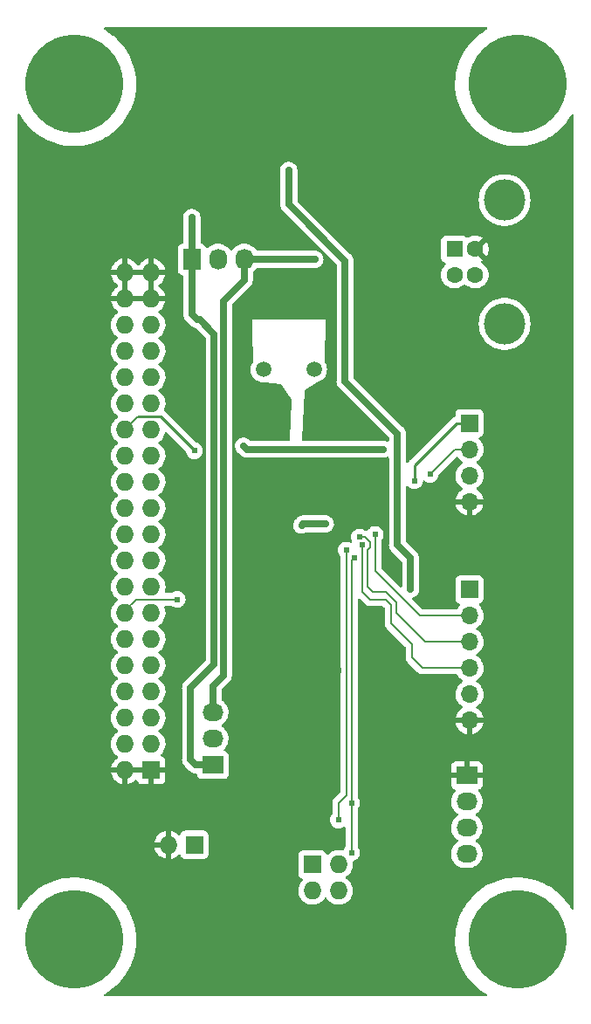
<source format=gbl>
%TF.GenerationSoftware,KiCad,Pcbnew,(6.0.1)*%
%TF.CreationDate,2022-09-04T16:23:26-04:00*%
%TF.ProjectId,ODAS-PSOC5,4f444153-2d50-4534-9f43-352e6b696361,5*%
%TF.SameCoordinates,Original*%
%TF.FileFunction,Copper,L2,Bot*%
%TF.FilePolarity,Positive*%
%FSLAX46Y46*%
G04 Gerber Fmt 4.6, Leading zero omitted, Abs format (unit mm)*
G04 Created by KiCad (PCBNEW (6.0.1)) date 2022-09-04 16:23:26*
%MOMM*%
%LPD*%
G01*
G04 APERTURE LIST*
%TA.AperFunction,ComponentPad*%
%ADD10R,1.727200X1.727200*%
%TD*%
%TA.AperFunction,ComponentPad*%
%ADD11O,1.727200X1.727200*%
%TD*%
%TA.AperFunction,ComponentPad*%
%ADD12R,1.727200X2.032000*%
%TD*%
%TA.AperFunction,ComponentPad*%
%ADD13O,1.727200X2.032000*%
%TD*%
%TA.AperFunction,ComponentPad*%
%ADD14R,2.032000X1.727200*%
%TD*%
%TA.AperFunction,ComponentPad*%
%ADD15O,2.032000X1.727200*%
%TD*%
%TA.AperFunction,ComponentPad*%
%ADD16R,1.600000X1.600000*%
%TD*%
%TA.AperFunction,ComponentPad*%
%ADD17C,1.600000*%
%TD*%
%TA.AperFunction,ComponentPad*%
%ADD18C,4.000000*%
%TD*%
%TA.AperFunction,ComponentPad*%
%ADD19C,1.501140*%
%TD*%
%TA.AperFunction,ComponentPad*%
%ADD20C,9.525000*%
%TD*%
%TA.AperFunction,ComponentPad*%
%ADD21R,1.700000X1.700000*%
%TD*%
%TA.AperFunction,ComponentPad*%
%ADD22O,1.700000X1.700000*%
%TD*%
%TA.AperFunction,ViaPad*%
%ADD23C,0.610000*%
%TD*%
%TA.AperFunction,Conductor*%
%ADD24C,0.635000*%
%TD*%
%TA.AperFunction,Conductor*%
%ADD25C,0.203200*%
%TD*%
%TA.AperFunction,Conductor*%
%ADD26C,0.254000*%
%TD*%
G04 APERTURE END LIST*
D10*
%TO.P,H3,1,P1*%
%TO.N,/WR*%
X27686000Y-89789000D03*
D11*
%TO.P,H3,2,PM*%
%TO.N,GND*%
X25146000Y-89789000D03*
%TD*%
D12*
%TO.P,H1,1,P1*%
%TO.N,+3.3VP*%
X27432000Y-33020000D03*
D13*
%TO.P,H1,2,P2*%
%TO.N,/VZ3*%
X29972000Y-33020000D03*
%TO.P,H1,3,P3*%
%TO.N,+5VP*%
X32512000Y-33020000D03*
%TD*%
D14*
%TO.P,H2,1,P1*%
%TO.N,+3.3VP*%
X29464000Y-82042000D03*
D15*
%TO.P,H2,2,P2*%
%TO.N,/VZ0*%
X29464000Y-79502000D03*
%TO.P,H2,3,P3*%
%TO.N,+5VP*%
X29464000Y-76962000D03*
%TD*%
D16*
%TO.P,P2,1,VCC*%
%TO.N,+5VP*%
X52902500Y-32024000D03*
D17*
%TO.P,P2,2,D-*%
%TO.N,/USB-DM*%
X52902500Y-34524000D03*
%TO.P,P2,3,D+*%
%TO.N,/USB-DP*%
X54902500Y-34524000D03*
%TO.P,P2,4,GND*%
%TO.N,GND*%
X54902500Y-32024000D03*
D18*
%TO.P,P2,5*%
%TO.N,N/C*%
X57762500Y-27274000D03*
X57762500Y-39274000D03*
%TD*%
D19*
%TO.P,Y1,1,1*%
%TO.N,Net-(C4-Pad2)*%
X34389060Y-43688000D03*
%TO.P,Y1,2,2*%
%TO.N,Net-(C5-Pad2)*%
X39270940Y-43688000D03*
%TD*%
D10*
%TO.P,P1,1,P1*%
%TO.N,GND*%
X23495000Y-82550000D03*
D11*
%TO.P,P1,2,P2*%
X20955000Y-82550000D03*
%TO.P,P1,3,P3*%
%TO.N,/VZ0*%
X23495000Y-80010000D03*
%TO.P,P1,4,P4*%
X20955000Y-80010000D03*
%TO.P,P1,5,P5*%
%TO.N,/P85*%
X23495000Y-77470000D03*
%TO.P,P1,6,P6*%
%TO.N,/P84*%
X20955000Y-77470000D03*
%TO.P,P1,7,P7*%
%TO.N,/P83*%
X23495000Y-74930000D03*
%TO.P,P1,8,P8*%
%TO.N,/P82*%
X20955000Y-74930000D03*
%TO.P,P1,9,P9*%
%TO.N,/P81*%
X23495000Y-72390000D03*
%TO.P,P1,10,P10*%
%TO.N,/P80*%
X20955000Y-72390000D03*
%TO.P,P1,11,P11*%
%TO.N,/P79*%
X23495000Y-69850000D03*
%TO.P,P1,12,P12*%
%TO.N,/P78*%
X20955000Y-69850000D03*
%TO.P,P1,13,P13*%
%TO.N,/P77*%
X23495000Y-67310000D03*
%TO.P,P1,14,P14*%
%TO.N,/P76*%
X20955000Y-67310000D03*
%TO.P,P1,15,P15*%
%TO.N,/P74*%
X23495000Y-64770000D03*
%TO.P,P1,16,P16*%
%TO.N,/P73*%
X20955000Y-64770000D03*
%TO.P,P1,17,P17*%
%TO.N,/P72*%
X23495000Y-62230000D03*
%TO.P,P1,18,P18*%
%TO.N,/P71*%
X20955000Y-62230000D03*
%TO.P,P1,19,P19*%
%TO.N,/P70*%
X23495000Y-59690000D03*
%TO.P,P1,20,P20*%
%TO.N,/P69*%
X20955000Y-59690000D03*
%TO.P,P1,21,P21*%
%TO.N,/P68*%
X23495000Y-57150000D03*
%TO.P,P1,22,P22*%
%TO.N,/P67*%
X20955000Y-57150000D03*
%TO.P,P1,23,P23*%
%TO.N,/P56*%
X23495000Y-54610000D03*
%TO.P,P1,24,P24*%
%TO.N,/P55*%
X20955000Y-54610000D03*
%TO.P,P1,25,P25*%
%TO.N,/P54*%
X23495000Y-52070000D03*
%TO.P,P1,26,P26*%
%TO.N,/P53*%
X20955000Y-52070000D03*
%TO.P,P1,27,P27*%
%TO.N,/P52*%
X23495000Y-49530000D03*
%TO.P,P1,28,P28*%
%TO.N,/P51*%
X20955000Y-49530000D03*
%TO.P,P1,29,P29*%
%TO.N,/P49*%
X23495000Y-46990000D03*
%TO.P,P1,30,P30*%
%TO.N,/P48*%
X20955000Y-46990000D03*
%TO.P,P1,31,P31*%
%TO.N,/P47*%
X23495000Y-44450000D03*
%TO.P,P1,32,P32*%
%TO.N,/P46*%
X20955000Y-44450000D03*
%TO.P,P1,33,P33*%
%TO.N,/P45*%
X23495000Y-41910000D03*
%TO.P,P1,34,P34*%
%TO.N,/P44*%
X20955000Y-41910000D03*
%TO.P,P1,35,P35*%
%TO.N,/VZ3*%
X23495000Y-39370000D03*
%TO.P,P1,36,P36*%
X20955000Y-39370000D03*
%TO.P,P1,37,P37*%
%TO.N,GND*%
X23495000Y-36830000D03*
%TO.P,P1,38,P38*%
X20955000Y-36830000D03*
%TO.P,P1,39,P39*%
X23495000Y-34290000D03*
%TO.P,P1,40,P40*%
X20955000Y-34290000D03*
%TD*%
D14*
%TO.P,P5,1,P1*%
%TO.N,GND*%
X54102000Y-83058000D03*
D15*
%TO.P,P5,2,P2*%
%TO.N,+3V3*%
X54102000Y-85598000D03*
%TO.P,P5,3,P3*%
%TO.N,/SDA*%
X54102000Y-88138000D03*
%TO.P,P5,4,P4*%
%TO.N,/SCL*%
X54102000Y-90678000D03*
%TD*%
D10*
%TO.P,H4,1,P1*%
%TO.N,Net-(H4-Pad1)*%
X39116000Y-91694000D03*
D11*
%TO.P,H4,2,P2*%
%TO.N,/SDA*%
X41656000Y-91694000D03*
%TO.P,H4,3,P3*%
%TO.N,Net-(H4-Pad3)*%
X39116000Y-94234000D03*
%TO.P,H4,4,P4*%
%TO.N,/SCL*%
X41656000Y-94234000D03*
%TD*%
D20*
%TO.P,MTG1,1,1*%
%TO.N,unconnected-(MTG1-Pad1)*%
X16000000Y-16000000D03*
%TD*%
%TO.P,MTG2,1,1*%
%TO.N,unconnected-(MTG2-Pad1)*%
X59000000Y-16000000D03*
%TD*%
%TO.P,MTG3,1,1*%
%TO.N,unconnected-(MTG3-Pad1)*%
X16000000Y-99000000D03*
%TD*%
%TO.P,MTG4,1,1*%
%TO.N,unconnected-(MTG4-Pad1)*%
X59000000Y-99000000D03*
%TD*%
D21*
%TO.P,P3,1,P1*%
%TO.N,/IO_24*%
X54356000Y-48895000D03*
D22*
%TO.P,P3,2,P2*%
%TO.N,/IO_23*%
X54356000Y-51435000D03*
%TO.P,P3,3,P3*%
%TO.N,/IO_22*%
X54356000Y-53975000D03*
%TO.P,P3,4,P4*%
%TO.N,GND*%
X54356000Y-56515000D03*
%TD*%
D21*
%TO.P,P4,1,P1*%
%TO.N,/SPIMOSI*%
X54356000Y-65024000D03*
D22*
%TO.P,P4,2,P2*%
%TO.N,/SPIMISO*%
X54356000Y-67564000D03*
%TO.P,P4,3,P3*%
%TO.N,/SPISCK*%
X54356000Y-70104000D03*
%TO.P,P4,4,P4*%
%TO.N,/SPICE0*%
X54356000Y-72644000D03*
%TO.P,P4,5,P5*%
%TO.N,+3V3*%
X54356000Y-75184000D03*
%TO.P,P4,6,P6*%
%TO.N,GND*%
X54356000Y-77724000D03*
%TD*%
D23*
%TO.N,GND*%
X33782000Y-58166000D03*
X33782000Y-83820000D03*
X39878000Y-72898000D03*
X35941000Y-76581000D03*
X49022000Y-57785000D03*
X25908000Y-55372000D03*
X46736000Y-71120000D03*
X38227000Y-37465000D03*
X22606000Y-26924000D03*
X50546000Y-58420000D03*
X39878000Y-48768000D03*
X44450000Y-33020000D03*
X34544000Y-24638000D03*
X41656000Y-72898000D03*
X26670000Y-49022000D03*
X39624000Y-63500000D03*
X33020000Y-37465000D03*
X33782000Y-59436000D03*
X29464000Y-27178000D03*
X45339000Y-46101000D03*
X60833000Y-42418000D03*
X28448000Y-65024000D03*
%TO.N,+5V*%
X40386000Y-58674000D03*
X38100000Y-58801000D03*
%TO.N,+3V3*%
X36830000Y-24384000D03*
X48641000Y-65024000D03*
%TO.N,/IO_23*%
X50546000Y-53848000D03*
%TO.N,/IO_24*%
X49022000Y-54483000D03*
%TO.N,/SCL*%
X42926000Y-85725000D03*
X43180000Y-61976000D03*
X42926000Y-90551000D03*
%TO.N,/SDA*%
X42418000Y-61214000D03*
X41656000Y-87376000D03*
%TO.N,/P51*%
X27686000Y-51562000D03*
%TO.N,/P76*%
X26000000Y-66000000D03*
%TO.N,/SPICE0*%
X43942000Y-60706000D03*
%TO.N,/SPISCK*%
X43688000Y-59944000D03*
%TO.N,/SPIMISO*%
X45212000Y-59690000D03*
%TO.N,+3.3VP*%
X29591000Y-51308000D03*
X32448500Y-51117500D03*
X45974000Y-51435000D03*
X27432000Y-28956000D03*
%TO.N,+5VP*%
X39370000Y-33020000D03*
X38608000Y-33020000D03*
%TD*%
D24*
%TO.N,+5V*%
X38100000Y-58801000D02*
X38227000Y-58674000D01*
X38227000Y-58674000D02*
X40386000Y-58674000D01*
%TO.N,+3V3*%
X48641000Y-61976000D02*
X48641000Y-65024000D01*
X36830000Y-24384000D02*
X36830000Y-27686000D01*
X47371000Y-60706000D02*
X48641000Y-61976000D01*
X36830000Y-27686000D02*
X42291000Y-33147000D01*
X42291000Y-44831000D02*
X47371000Y-49911000D01*
X42291000Y-33147000D02*
X42291000Y-44831000D01*
X47371000Y-49911000D02*
X47371000Y-60706000D01*
D25*
%TO.N,/IO_23*%
X50546000Y-53848000D02*
X52959000Y-51435000D01*
X52959000Y-51435000D02*
X54356000Y-51435000D01*
D26*
%TO.N,/IO_24*%
X53086000Y-48895000D02*
X49022000Y-52959000D01*
X49022000Y-52959000D02*
X49022000Y-54483000D01*
X54356000Y-48895000D02*
X53086000Y-48895000D01*
D25*
%TO.N,/SCL*%
X42926000Y-62230000D02*
X43180000Y-61976000D01*
X42926000Y-85725000D02*
X42926000Y-62230000D01*
X42926000Y-85725000D02*
X42926000Y-90551000D01*
%TO.N,/SDA*%
X42418000Y-84963000D02*
X42418000Y-61214000D01*
X42418000Y-84963000D02*
X41656000Y-85725000D01*
X41656000Y-85725000D02*
X41656000Y-87376000D01*
%TO.N,/P51*%
X22225000Y-48260000D02*
X20955000Y-49530000D01*
D26*
X24384000Y-48260000D02*
X27686000Y-51562000D01*
X22225000Y-48260000D02*
X24384000Y-48260000D01*
D25*
%TO.N,/P76*%
X26000000Y-66000000D02*
X22000000Y-66000000D01*
X22000000Y-66000000D02*
X20955000Y-67045000D01*
%TO.N,/SPICE0*%
X46736000Y-66548000D02*
X46228000Y-66040000D01*
X43942000Y-60706000D02*
X43942000Y-65278000D01*
X43942000Y-65278000D02*
X44704000Y-66040000D01*
X44704000Y-66040000D02*
X46228000Y-66040000D01*
X49784000Y-72644000D02*
X48768000Y-71628000D01*
X48768000Y-71628000D02*
X48768000Y-70358000D01*
X48768000Y-70358000D02*
X46736000Y-68326000D01*
X46736000Y-68326000D02*
X46736000Y-66548000D01*
X54356000Y-72644000D02*
X49784000Y-72644000D01*
%TO.N,/SPISCK*%
X47244000Y-66294000D02*
X46228000Y-65278000D01*
X46228000Y-65278000D02*
X44958000Y-65278000D01*
X44958000Y-65278000D02*
X44450000Y-64770000D01*
X44450000Y-64770000D02*
X44450000Y-61214000D01*
X44450000Y-61214000D02*
X44704000Y-60960000D01*
X44704000Y-60960000D02*
X44704000Y-60452000D01*
X44704000Y-60452000D02*
X44196000Y-59944000D01*
X44196000Y-59944000D02*
X43688000Y-59944000D01*
X50038000Y-70104000D02*
X47244000Y-67310000D01*
X47244000Y-67310000D02*
X47244000Y-66294000D01*
X54356000Y-70104000D02*
X50038000Y-70104000D01*
%TO.N,/SPIMISO*%
X49530000Y-67564000D02*
X45212000Y-63246000D01*
X45212000Y-63246000D02*
X45212000Y-59690000D01*
X54356000Y-67564000D02*
X49530000Y-67564000D01*
%TO.N,+3.3VP*%
X27940000Y-38862000D02*
X27432000Y-38354000D01*
D24*
X27432000Y-38354000D02*
X27940000Y-38862000D01*
X28194000Y-38862000D02*
X29591000Y-40259000D01*
X29591000Y-72263000D02*
X27305000Y-74549000D01*
X27305000Y-74549000D02*
X27305000Y-81534000D01*
X27305000Y-81534000D02*
X27813000Y-82042000D01*
X27813000Y-82042000D02*
X29464000Y-82042000D01*
X29591000Y-40259000D02*
X29591000Y-72263000D01*
X45974000Y-51435000D02*
X32766000Y-51435000D01*
X32766000Y-51435000D02*
X32448500Y-51117500D01*
X27940000Y-38862000D02*
X28194000Y-38862000D01*
X27432000Y-33020000D02*
X27432000Y-28956000D01*
X27432000Y-33020000D02*
X27432000Y-38354000D01*
%TO.N,+5VP*%
X30480000Y-37084000D02*
X32512000Y-35052000D01*
X32512000Y-35052000D02*
X32512000Y-33020000D01*
X30480000Y-73406000D02*
X30480000Y-37084000D01*
X30480000Y-73406000D02*
X29464000Y-74422000D01*
X32512000Y-33020000D02*
X38608000Y-33020000D01*
X38608000Y-33020000D02*
X39370000Y-33020000D01*
X29464000Y-76962000D02*
X29464000Y-74422000D01*
%TD*%
%TA.AperFunction,Conductor*%
%TO.N,GND*%
G36*
X56035930Y-10528002D02*
G01*
X56082423Y-10581658D01*
X56092527Y-10651932D01*
X56063033Y-10716512D01*
X56025598Y-10745966D01*
X56019892Y-10748911D01*
X56019883Y-10748916D01*
X56017630Y-10750079D01*
X55606198Y-11006173D01*
X55557800Y-11041986D01*
X55254598Y-11266344D01*
X55216631Y-11294438D01*
X55214735Y-11296092D01*
X55214730Y-11296096D01*
X55170920Y-11334314D01*
X54851436Y-11613017D01*
X54512968Y-11959858D01*
X54203406Y-12332727D01*
X54201953Y-12334794D01*
X54201951Y-12334797D01*
X53926195Y-12727158D01*
X53926188Y-12727168D01*
X53924745Y-12729222D01*
X53923463Y-12731399D01*
X53923462Y-12731400D01*
X53891554Y-12785570D01*
X53678781Y-13146787D01*
X53677677Y-13149060D01*
X53677673Y-13149068D01*
X53468203Y-13580453D01*
X53468198Y-13580465D01*
X53467096Y-13582734D01*
X53291056Y-14034253D01*
X53151795Y-14498436D01*
X53151269Y-14500887D01*
X53151267Y-14500897D01*
X53050736Y-14969833D01*
X53050209Y-14972293D01*
X52986953Y-15452770D01*
X52986826Y-15455284D01*
X52986825Y-15455291D01*
X52983762Y-15515767D01*
X52962434Y-15936772D01*
X52976811Y-16421182D01*
X53029991Y-16902879D01*
X53121631Y-17378759D01*
X53251141Y-17845757D01*
X53252010Y-17848131D01*
X53416816Y-18298488D01*
X53416821Y-18298499D01*
X53417686Y-18300864D01*
X53418741Y-18303158D01*
X53418744Y-18303165D01*
X53619129Y-18738833D01*
X53620194Y-18741148D01*
X53857360Y-19163773D01*
X54127657Y-19566016D01*
X54429342Y-19945286D01*
X54760472Y-20299140D01*
X54762336Y-20300836D01*
X55117035Y-20623587D01*
X55117044Y-20623595D01*
X55118915Y-20625297D01*
X55502360Y-20921658D01*
X55908338Y-21186311D01*
X55910561Y-21187518D01*
X55910566Y-21187521D01*
X56079305Y-21279139D01*
X56334233Y-21417554D01*
X56777302Y-21613895D01*
X56779666Y-21614723D01*
X56779679Y-21614728D01*
X57232317Y-21773239D01*
X57234690Y-21774070D01*
X57703450Y-21897047D01*
X58180563Y-21982033D01*
X58183069Y-21982274D01*
X58183074Y-21982275D01*
X58366041Y-21999892D01*
X58662956Y-22028482D01*
X58665491Y-22028522D01*
X58665494Y-22028522D01*
X58818771Y-22030930D01*
X59147519Y-22036095D01*
X59150038Y-22035932D01*
X59150042Y-22035932D01*
X59628598Y-22004985D01*
X59628601Y-22004985D01*
X59631132Y-22004821D01*
X59633635Y-22004456D01*
X59633643Y-22004455D01*
X59837773Y-21974675D01*
X60110679Y-21934862D01*
X60583071Y-21826670D01*
X61045265Y-21680941D01*
X61210380Y-21613895D01*
X61491950Y-21499561D01*
X61491952Y-21499560D01*
X61494282Y-21498614D01*
X61709071Y-21390587D01*
X61924983Y-21281995D01*
X61924990Y-21281991D01*
X61927231Y-21280864D01*
X62341321Y-21029093D01*
X62343355Y-21027621D01*
X62343362Y-21027616D01*
X62731832Y-20746410D01*
X62731834Y-20746408D01*
X62733886Y-20744923D01*
X63102397Y-20430185D01*
X63444478Y-20086907D01*
X63446116Y-20084976D01*
X63756296Y-19719226D01*
X63756302Y-19719218D01*
X63757928Y-19717301D01*
X64040725Y-19323746D01*
X64222015Y-19023218D01*
X64258110Y-18963383D01*
X64310424Y-18915385D01*
X64380383Y-18903290D01*
X64445775Y-18930937D01*
X64485839Y-18989549D01*
X64492000Y-19028466D01*
X64492000Y-95976324D01*
X64471998Y-96044445D01*
X64418342Y-96090938D01*
X64348068Y-96101042D01*
X64283488Y-96071548D01*
X64256771Y-96039134D01*
X64214093Y-95964915D01*
X64109227Y-95782548D01*
X63834734Y-95383157D01*
X63622605Y-95122133D01*
X63530696Y-95009039D01*
X63530691Y-95009033D01*
X63529093Y-95007067D01*
X63194276Y-94656700D01*
X63181953Y-94645720D01*
X62834317Y-94335989D01*
X62832437Y-94334314D01*
X62793119Y-94304578D01*
X62447916Y-94043503D01*
X62447914Y-94043502D01*
X62445910Y-94041986D01*
X62386462Y-94004113D01*
X62058725Y-93795322D01*
X62037183Y-93781598D01*
X62034946Y-93780414D01*
X62034933Y-93780406D01*
X61611135Y-93556017D01*
X61611131Y-93556015D01*
X61608889Y-93554828D01*
X61163789Y-93363138D01*
X60704749Y-93207761D01*
X60234726Y-93089700D01*
X60232245Y-93089285D01*
X60232241Y-93089284D01*
X59980218Y-93047110D01*
X59756749Y-93009714D01*
X59273897Y-92968319D01*
X59015515Y-92966966D01*
X58791811Y-92965794D01*
X58791805Y-92965794D01*
X58789280Y-92965781D01*
X58306021Y-93002118D01*
X57827233Y-93077094D01*
X57356000Y-93190227D01*
X57353610Y-93191008D01*
X57353600Y-93191011D01*
X56897756Y-93340004D01*
X56897751Y-93340006D01*
X56895358Y-93340788D01*
X56448274Y-93527807D01*
X56017630Y-93750079D01*
X55606198Y-94006173D01*
X55216631Y-94294438D01*
X55214735Y-94296092D01*
X55214730Y-94296096D01*
X55170920Y-94334314D01*
X54851436Y-94613017D01*
X54814852Y-94650506D01*
X54529317Y-94943105D01*
X54512968Y-94959858D01*
X54203406Y-95332727D01*
X54201953Y-95334794D01*
X54201951Y-95334797D01*
X53926195Y-95727158D01*
X53926188Y-95727168D01*
X53924745Y-95729222D01*
X53923463Y-95731399D01*
X53923462Y-95731400D01*
X53705727Y-96101042D01*
X53678781Y-96146787D01*
X53677677Y-96149060D01*
X53677673Y-96149068D01*
X53468203Y-96580453D01*
X53468198Y-96580465D01*
X53467096Y-96582734D01*
X53291056Y-97034253D01*
X53151795Y-97498436D01*
X53151269Y-97500887D01*
X53151267Y-97500897D01*
X53050736Y-97969833D01*
X53050209Y-97972293D01*
X52986953Y-98452770D01*
X52986826Y-98455284D01*
X52986825Y-98455291D01*
X52983762Y-98515767D01*
X52962434Y-98936772D01*
X52976811Y-99421182D01*
X53029991Y-99902879D01*
X53030470Y-99905364D01*
X53030470Y-99905367D01*
X53048694Y-100000000D01*
X53121631Y-100378759D01*
X53251141Y-100845757D01*
X53252010Y-100848131D01*
X53416816Y-101298488D01*
X53416821Y-101298499D01*
X53417686Y-101300864D01*
X53418741Y-101303158D01*
X53418744Y-101303165D01*
X53619129Y-101738833D01*
X53620194Y-101741148D01*
X53857360Y-102163773D01*
X54127657Y-102566016D01*
X54429342Y-102945286D01*
X54760472Y-103299140D01*
X54762336Y-103300836D01*
X55117035Y-103623587D01*
X55117044Y-103623595D01*
X55118915Y-103625297D01*
X55502360Y-103921658D01*
X55908338Y-104186311D01*
X55910561Y-104187518D01*
X55910566Y-104187521D01*
X56035342Y-104255269D01*
X56085664Y-104305352D01*
X56100920Y-104374690D01*
X56076267Y-104441269D01*
X56019533Y-104483951D01*
X55975220Y-104492000D01*
X19029739Y-104492000D01*
X18961618Y-104471998D01*
X18915125Y-104418342D01*
X18905021Y-104348068D01*
X18934515Y-104283488D01*
X18964277Y-104258340D01*
X19341321Y-104029093D01*
X19343355Y-104027621D01*
X19343362Y-104027616D01*
X19731832Y-103746410D01*
X19731834Y-103746408D01*
X19733886Y-103744923D01*
X20102397Y-103430185D01*
X20444478Y-103086907D01*
X20505319Y-103015166D01*
X20756296Y-102719226D01*
X20756302Y-102719218D01*
X20757928Y-102717301D01*
X21040725Y-102323746D01*
X21291049Y-101908779D01*
X21507287Y-101475073D01*
X21688046Y-101025422D01*
X21832161Y-100562723D01*
X21938703Y-100089956D01*
X22006987Y-99610168D01*
X22036573Y-99126448D01*
X22037897Y-99000000D01*
X22018448Y-98515767D01*
X21960227Y-98034654D01*
X21959726Y-98032192D01*
X21959724Y-98032179D01*
X21864114Y-97562244D01*
X21863609Y-97559760D01*
X21729216Y-97094144D01*
X21557913Y-96640806D01*
X21350806Y-96202666D01*
X21349559Y-96200497D01*
X21349552Y-96200484D01*
X21218456Y-95972503D01*
X21109227Y-95782548D01*
X20834734Y-95383157D01*
X20622605Y-95122133D01*
X20530696Y-95009039D01*
X20530691Y-95009033D01*
X20529093Y-95007067D01*
X20194276Y-94656700D01*
X20181953Y-94645720D01*
X19834317Y-94335989D01*
X19832437Y-94334314D01*
X19793119Y-94304578D01*
X19447916Y-94043503D01*
X19447914Y-94043502D01*
X19445910Y-94041986D01*
X19386462Y-94004113D01*
X19058725Y-93795322D01*
X19037183Y-93781598D01*
X19034946Y-93780414D01*
X19034933Y-93780406D01*
X18611135Y-93556017D01*
X18611131Y-93556015D01*
X18608889Y-93554828D01*
X18163789Y-93363138D01*
X17704749Y-93207761D01*
X17234726Y-93089700D01*
X17232245Y-93089285D01*
X17232241Y-93089284D01*
X16980218Y-93047110D01*
X16756749Y-93009714D01*
X16273897Y-92968319D01*
X16015515Y-92966966D01*
X15791811Y-92965794D01*
X15791805Y-92965794D01*
X15789280Y-92965781D01*
X15306021Y-93002118D01*
X14827233Y-93077094D01*
X14356000Y-93190227D01*
X14353610Y-93191008D01*
X14353600Y-93191011D01*
X13897756Y-93340004D01*
X13897751Y-93340006D01*
X13895358Y-93340788D01*
X13448274Y-93527807D01*
X13017630Y-93750079D01*
X12606198Y-94006173D01*
X12216631Y-94294438D01*
X12214735Y-94296092D01*
X12214730Y-94296096D01*
X12170920Y-94334314D01*
X11851436Y-94613017D01*
X11814852Y-94650506D01*
X11529317Y-94943105D01*
X11512968Y-94959858D01*
X11203406Y-95332727D01*
X11201953Y-95334794D01*
X11201951Y-95334797D01*
X10926195Y-95727158D01*
X10926188Y-95727168D01*
X10924745Y-95729222D01*
X10923463Y-95731399D01*
X10923462Y-95731400D01*
X10742565Y-96038503D01*
X10690757Y-96087046D01*
X10620929Y-96099873D01*
X10555251Y-96072912D01*
X10514575Y-96014723D01*
X10508000Y-95974553D01*
X10508000Y-90056966D01*
X23800315Y-90056966D01*
X23831542Y-90195528D01*
X23834621Y-90205356D01*
X23915589Y-90404756D01*
X23920232Y-90413947D01*
X24032682Y-90597448D01*
X24038765Y-90605759D01*
X24179665Y-90768417D01*
X24187032Y-90775633D01*
X24352606Y-90913095D01*
X24361053Y-90919010D01*
X24546859Y-91027586D01*
X24556146Y-91032036D01*
X24757198Y-91108810D01*
X24767091Y-91111684D01*
X24874248Y-91133485D01*
X24888300Y-91132290D01*
X24892000Y-91121945D01*
X24892000Y-91121229D01*
X25400000Y-91121229D01*
X25404064Y-91135071D01*
X25417479Y-91137105D01*
X25427025Y-91135882D01*
X25437095Y-91133742D01*
X25643225Y-91071900D01*
X25652832Y-91068134D01*
X25846076Y-90973464D01*
X25854934Y-90968185D01*
X26030141Y-90843211D01*
X26038003Y-90836567D01*
X26125525Y-90749350D01*
X26187897Y-90715434D01*
X26258704Y-90720622D01*
X26315465Y-90763268D01*
X26332447Y-90794372D01*
X26350756Y-90843211D01*
X26371785Y-90899305D01*
X26459139Y-91015861D01*
X26575695Y-91103215D01*
X26712084Y-91154345D01*
X26774266Y-91161100D01*
X28597734Y-91161100D01*
X28659916Y-91154345D01*
X28796305Y-91103215D01*
X28912861Y-91015861D01*
X29000215Y-90899305D01*
X29051345Y-90762916D01*
X29058100Y-90700734D01*
X29058100Y-88877266D01*
X29051345Y-88815084D01*
X29000215Y-88678695D01*
X28912861Y-88562139D01*
X28796305Y-88474785D01*
X28659916Y-88423655D01*
X28597734Y-88416900D01*
X26774266Y-88416900D01*
X26712084Y-88423655D01*
X26575695Y-88474785D01*
X26459139Y-88562139D01*
X26371785Y-88678695D01*
X26368633Y-88687103D01*
X26368632Y-88687105D01*
X26332845Y-88782567D01*
X26290204Y-88839332D01*
X26223642Y-88864032D01*
X26154293Y-88848825D01*
X26121669Y-88823137D01*
X26088113Y-88786260D01*
X26080580Y-88779234D01*
X25911691Y-88645855D01*
X25903104Y-88640150D01*
X25714711Y-88536151D01*
X25705299Y-88531921D01*
X25502445Y-88460086D01*
X25492474Y-88457452D01*
X25417837Y-88444157D01*
X25404540Y-88445617D01*
X25400000Y-88460174D01*
X25400000Y-91121229D01*
X24892000Y-91121229D01*
X24892000Y-90061115D01*
X24887525Y-90045876D01*
X24886135Y-90044671D01*
X24878452Y-90043000D01*
X23815283Y-90043000D01*
X23801752Y-90046973D01*
X23800315Y-90056966D01*
X10508000Y-90056966D01*
X10508000Y-89522239D01*
X23796536Y-89522239D01*
X23798233Y-89531609D01*
X23810610Y-89535000D01*
X24873885Y-89535000D01*
X24889124Y-89530525D01*
X24890329Y-89529135D01*
X24892000Y-89521452D01*
X24892000Y-88458343D01*
X24888082Y-88444999D01*
X24873806Y-88443012D01*
X24832161Y-88449385D01*
X24822125Y-88451776D01*
X24617576Y-88518633D01*
X24608079Y-88522625D01*
X24417189Y-88621995D01*
X24408464Y-88627490D01*
X24236373Y-88756700D01*
X24228666Y-88763543D01*
X24079984Y-88919129D01*
X24073498Y-88927139D01*
X23952232Y-89104908D01*
X23947134Y-89113882D01*
X23856530Y-89309071D01*
X23852967Y-89318758D01*
X23796536Y-89522239D01*
X10508000Y-89522239D01*
X10508000Y-82817966D01*
X19609315Y-82817966D01*
X19640542Y-82956528D01*
X19643621Y-82966356D01*
X19724589Y-83165756D01*
X19729232Y-83174947D01*
X19841682Y-83358448D01*
X19847765Y-83366759D01*
X19988665Y-83529417D01*
X19996032Y-83536633D01*
X20161606Y-83674095D01*
X20170053Y-83680010D01*
X20355859Y-83788586D01*
X20365146Y-83793036D01*
X20566198Y-83869810D01*
X20576091Y-83872684D01*
X20683248Y-83894485D01*
X20697300Y-83893290D01*
X20701000Y-83882945D01*
X20701000Y-83882229D01*
X21209000Y-83882229D01*
X21213064Y-83896071D01*
X21226479Y-83898105D01*
X21236025Y-83896882D01*
X21246095Y-83894742D01*
X21452225Y-83832900D01*
X21461832Y-83829134D01*
X21655076Y-83734464D01*
X21663934Y-83729185D01*
X21839141Y-83604211D01*
X21847009Y-83597561D01*
X21934915Y-83509963D01*
X21997286Y-83476047D01*
X22068093Y-83481236D01*
X22124854Y-83523882D01*
X22141836Y-83554985D01*
X22178075Y-83651652D01*
X22186614Y-83667249D01*
X22263115Y-83769324D01*
X22275676Y-83781885D01*
X22377751Y-83858386D01*
X22393346Y-83866924D01*
X22513794Y-83912078D01*
X22529049Y-83915705D01*
X22579914Y-83921231D01*
X22586728Y-83921600D01*
X23222885Y-83921600D01*
X23238124Y-83917125D01*
X23239329Y-83915735D01*
X23241000Y-83908052D01*
X23241000Y-83903484D01*
X23749000Y-83903484D01*
X23753475Y-83918723D01*
X23754865Y-83919928D01*
X23762548Y-83921599D01*
X24403269Y-83921599D01*
X24410090Y-83921229D01*
X24460952Y-83915705D01*
X24476204Y-83912079D01*
X24596654Y-83866924D01*
X24612249Y-83858386D01*
X24714324Y-83781885D01*
X24726885Y-83769324D01*
X24803386Y-83667249D01*
X24811924Y-83651654D01*
X24857078Y-83531206D01*
X24860705Y-83515951D01*
X24866231Y-83465086D01*
X24866600Y-83458272D01*
X24866600Y-82822115D01*
X24862125Y-82806876D01*
X24860735Y-82805671D01*
X24853052Y-82804000D01*
X23767115Y-82804000D01*
X23751876Y-82808475D01*
X23750671Y-82809865D01*
X23749000Y-82817548D01*
X23749000Y-83903484D01*
X23241000Y-83903484D01*
X23241000Y-82822115D01*
X23236525Y-82806876D01*
X23235135Y-82805671D01*
X23227452Y-82804000D01*
X21227115Y-82804000D01*
X21211876Y-82808475D01*
X21210671Y-82809865D01*
X21209000Y-82817548D01*
X21209000Y-83882229D01*
X20701000Y-83882229D01*
X20701000Y-82822115D01*
X20696525Y-82806876D01*
X20695135Y-82805671D01*
X20687452Y-82804000D01*
X19624283Y-82804000D01*
X19610752Y-82807973D01*
X19609315Y-82817966D01*
X10508000Y-82817966D01*
X10508000Y-79976362D01*
X19578609Y-79976362D01*
X19578906Y-79981514D01*
X19578906Y-79981518D01*
X19584618Y-80080578D01*
X19591597Y-80201614D01*
X19592734Y-80206660D01*
X19592735Y-80206666D01*
X19613984Y-80300952D01*
X19641200Y-80421720D01*
X19643142Y-80426502D01*
X19643143Y-80426506D01*
X19679822Y-80516835D01*
X19726086Y-80630769D01*
X19762664Y-80690459D01*
X19839068Y-80815139D01*
X19843975Y-80823147D01*
X19991702Y-80993687D01*
X20073499Y-81061596D01*
X20152121Y-81126869D01*
X20165299Y-81137810D01*
X20169751Y-81140412D01*
X20169756Y-81140415D01*
X20219555Y-81169515D01*
X20268278Y-81221154D01*
X20281349Y-81290937D01*
X20254617Y-81356709D01*
X20223131Y-81384920D01*
X20217471Y-81388485D01*
X20045373Y-81517700D01*
X20037666Y-81524543D01*
X19888984Y-81680129D01*
X19882498Y-81688139D01*
X19761232Y-81865908D01*
X19756134Y-81874882D01*
X19665530Y-82070071D01*
X19661967Y-82079758D01*
X19605536Y-82283239D01*
X19607233Y-82292609D01*
X19619610Y-82296000D01*
X24848484Y-82296000D01*
X24863723Y-82291525D01*
X24864928Y-82290135D01*
X24866599Y-82282452D01*
X24866599Y-81641731D01*
X24866229Y-81634910D01*
X24860705Y-81584048D01*
X24857079Y-81568796D01*
X24811924Y-81448346D01*
X24803386Y-81432751D01*
X24726885Y-81330676D01*
X24714324Y-81318115D01*
X24612249Y-81241614D01*
X24596652Y-81233075D01*
X24500449Y-81197010D01*
X24443684Y-81154369D01*
X24418984Y-81087807D01*
X24434191Y-81018458D01*
X24455738Y-80989778D01*
X24539821Y-80905987D01*
X24539827Y-80905980D01*
X24543487Y-80902333D01*
X24675150Y-80719105D01*
X24775118Y-80516835D01*
X24820369Y-80367897D01*
X24839206Y-80305896D01*
X24839206Y-80305895D01*
X24840708Y-80300952D01*
X24849795Y-80231928D01*
X24869721Y-80080578D01*
X24869722Y-80080572D01*
X24870158Y-80077256D01*
X24871802Y-80010000D01*
X24853315Y-79785132D01*
X24798349Y-79566304D01*
X24708380Y-79359391D01*
X24660282Y-79285043D01*
X24588634Y-79174291D01*
X24588632Y-79174288D01*
X24585826Y-79169951D01*
X24433977Y-79003071D01*
X24429926Y-78999872D01*
X24429922Y-78999868D01*
X24260966Y-78866434D01*
X24260962Y-78866432D01*
X24256911Y-78863232D01*
X24233535Y-78850328D01*
X24183564Y-78799896D01*
X24168792Y-78730453D01*
X24193908Y-78664047D01*
X24221259Y-78637441D01*
X24379455Y-78524601D01*
X24379459Y-78524597D01*
X24383667Y-78521596D01*
X24543487Y-78362333D01*
X24675150Y-78179105D01*
X24747657Y-78032398D01*
X24772824Y-77981477D01*
X24772825Y-77981475D01*
X24775118Y-77976835D01*
X24820369Y-77827897D01*
X24839206Y-77765896D01*
X24839206Y-77765895D01*
X24840708Y-77760952D01*
X24849795Y-77691928D01*
X24869721Y-77540578D01*
X24869722Y-77540572D01*
X24870158Y-77537256D01*
X24871802Y-77470000D01*
X24853315Y-77245132D01*
X24798349Y-77026304D01*
X24708380Y-76819391D01*
X24660282Y-76745043D01*
X24588634Y-76634291D01*
X24588632Y-76634288D01*
X24585826Y-76629951D01*
X24433977Y-76463071D01*
X24429926Y-76459872D01*
X24429922Y-76459868D01*
X24260966Y-76326434D01*
X24260962Y-76326432D01*
X24256911Y-76323232D01*
X24233535Y-76310328D01*
X24183564Y-76259896D01*
X24168792Y-76190453D01*
X24193908Y-76124047D01*
X24221259Y-76097441D01*
X24379455Y-75984601D01*
X24379459Y-75984597D01*
X24383667Y-75981596D01*
X24543487Y-75822333D01*
X24675150Y-75639105D01*
X24775118Y-75436835D01*
X24840708Y-75220952D01*
X24845573Y-75184000D01*
X24869721Y-75000578D01*
X24869722Y-75000572D01*
X24870158Y-74997256D01*
X24870909Y-74966522D01*
X24871720Y-74933364D01*
X24871720Y-74933360D01*
X24871802Y-74930000D01*
X24853315Y-74705132D01*
X24798349Y-74486304D01*
X24708380Y-74279391D01*
X24660282Y-74205043D01*
X24588634Y-74094291D01*
X24588632Y-74094288D01*
X24585826Y-74089951D01*
X24433977Y-73923071D01*
X24429926Y-73919872D01*
X24429922Y-73919868D01*
X24260966Y-73786434D01*
X24260962Y-73786432D01*
X24256911Y-73783232D01*
X24233535Y-73770328D01*
X24183564Y-73719896D01*
X24168792Y-73650453D01*
X24193908Y-73584047D01*
X24221259Y-73557441D01*
X24379455Y-73444601D01*
X24379459Y-73444597D01*
X24383667Y-73441596D01*
X24543487Y-73282333D01*
X24675150Y-73099105D01*
X24775118Y-72896835D01*
X24840708Y-72680952D01*
X24845573Y-72644000D01*
X24869721Y-72460578D01*
X24869722Y-72460572D01*
X24870158Y-72457256D01*
X24870909Y-72426522D01*
X24871720Y-72393364D01*
X24871720Y-72393360D01*
X24871802Y-72390000D01*
X24853315Y-72165132D01*
X24798349Y-71946304D01*
X24708380Y-71739391D01*
X24660282Y-71665043D01*
X24588634Y-71554291D01*
X24588632Y-71554288D01*
X24585826Y-71549951D01*
X24433977Y-71383071D01*
X24429926Y-71379872D01*
X24429922Y-71379868D01*
X24260966Y-71246434D01*
X24260962Y-71246432D01*
X24256911Y-71243232D01*
X24233535Y-71230328D01*
X24183564Y-71179896D01*
X24168792Y-71110453D01*
X24193908Y-71044047D01*
X24221259Y-71017441D01*
X24379455Y-70904601D01*
X24379459Y-70904597D01*
X24383667Y-70901596D01*
X24543487Y-70742333D01*
X24675150Y-70559105D01*
X24775118Y-70356835D01*
X24840708Y-70140952D01*
X24845573Y-70104000D01*
X24869721Y-69920578D01*
X24869722Y-69920572D01*
X24870158Y-69917256D01*
X24870909Y-69886522D01*
X24871720Y-69853364D01*
X24871720Y-69853360D01*
X24871802Y-69850000D01*
X24853315Y-69625132D01*
X24798349Y-69406304D01*
X24708380Y-69199391D01*
X24660282Y-69125043D01*
X24588634Y-69014291D01*
X24588632Y-69014288D01*
X24585826Y-69009951D01*
X24433977Y-68843071D01*
X24429926Y-68839872D01*
X24429922Y-68839868D01*
X24260966Y-68706434D01*
X24260962Y-68706432D01*
X24256911Y-68703232D01*
X24233535Y-68690328D01*
X24183564Y-68639896D01*
X24168792Y-68570453D01*
X24193908Y-68504047D01*
X24221259Y-68477441D01*
X24379455Y-68364601D01*
X24379459Y-68364597D01*
X24383667Y-68361596D01*
X24543487Y-68202333D01*
X24675150Y-68019105D01*
X24775118Y-67816835D01*
X24840708Y-67600952D01*
X24845573Y-67564000D01*
X24869721Y-67380578D01*
X24869722Y-67380572D01*
X24870158Y-67377256D01*
X24870909Y-67346522D01*
X24871720Y-67313364D01*
X24871720Y-67313360D01*
X24871802Y-67310000D01*
X24853315Y-67085132D01*
X24798349Y-66866304D01*
X24763580Y-66786341D01*
X24754760Y-66715896D01*
X24785427Y-66651864D01*
X24845843Y-66614576D01*
X24879130Y-66610100D01*
X25409049Y-66610100D01*
X25477170Y-66630102D01*
X25478149Y-66630818D01*
X25478175Y-66630778D01*
X25624992Y-66726854D01*
X25624996Y-66726856D01*
X25630890Y-66730713D01*
X25801951Y-66794330D01*
X25808929Y-66795261D01*
X25808933Y-66795262D01*
X25892403Y-66806398D01*
X25982856Y-66818467D01*
X25989867Y-66817829D01*
X25989871Y-66817829D01*
X26157591Y-66802565D01*
X26164612Y-66801926D01*
X26171314Y-66799748D01*
X26171316Y-66799748D01*
X26331488Y-66747705D01*
X26331491Y-66747704D01*
X26338187Y-66745528D01*
X26344238Y-66741921D01*
X26488901Y-66655685D01*
X26488903Y-66655684D01*
X26494953Y-66652077D01*
X26627120Y-66526216D01*
X26728118Y-66374202D01*
X26764918Y-66277325D01*
X26790428Y-66210172D01*
X26790429Y-66210167D01*
X26792928Y-66203589D01*
X26801168Y-66144960D01*
X26817777Y-66026780D01*
X26817777Y-66026777D01*
X26818328Y-66022858D01*
X26818647Y-66000000D01*
X26798303Y-65818630D01*
X26738282Y-65646274D01*
X26641568Y-65491499D01*
X26636604Y-65486500D01*
X26517930Y-65366994D01*
X26517926Y-65366991D01*
X26512967Y-65361997D01*
X26501780Y-65354897D01*
X26412037Y-65297945D01*
X26358871Y-65264205D01*
X26329661Y-65253804D01*
X26193574Y-65205345D01*
X26193569Y-65205344D01*
X26186939Y-65202983D01*
X26179951Y-65202150D01*
X26179948Y-65202149D01*
X26048761Y-65186506D01*
X26005715Y-65181373D01*
X25998712Y-65182109D01*
X25998711Y-65182109D01*
X25831216Y-65199713D01*
X25831212Y-65199714D01*
X25824208Y-65200450D01*
X25817537Y-65202721D01*
X25658107Y-65256995D01*
X25658104Y-65256996D01*
X25651437Y-65259266D01*
X25645439Y-65262956D01*
X25645437Y-65262957D01*
X25598617Y-65291761D01*
X25495991Y-65354897D01*
X25490962Y-65359822D01*
X25486652Y-65363189D01*
X25420658Y-65389367D01*
X25409079Y-65389900D01*
X24910735Y-65389900D01*
X24842614Y-65369898D01*
X24796121Y-65316242D01*
X24786017Y-65245968D01*
X24790177Y-65227271D01*
X24839204Y-65065904D01*
X24839205Y-65065898D01*
X24840708Y-65060952D01*
X24870158Y-64837256D01*
X24870905Y-64806716D01*
X24871720Y-64773364D01*
X24871720Y-64773360D01*
X24871802Y-64770000D01*
X24853315Y-64545132D01*
X24798349Y-64326304D01*
X24708380Y-64119391D01*
X24660282Y-64045043D01*
X24588634Y-63934291D01*
X24588632Y-63934288D01*
X24585826Y-63929951D01*
X24433977Y-63763071D01*
X24429926Y-63759872D01*
X24429922Y-63759868D01*
X24260966Y-63626434D01*
X24260962Y-63626432D01*
X24256911Y-63623232D01*
X24233535Y-63610328D01*
X24183564Y-63559896D01*
X24168792Y-63490453D01*
X24193908Y-63424047D01*
X24221259Y-63397441D01*
X24379455Y-63284601D01*
X24379459Y-63284597D01*
X24383667Y-63281596D01*
X24543487Y-63122333D01*
X24675150Y-62939105D01*
X24775118Y-62736835D01*
X24840708Y-62520952D01*
X24870158Y-62297256D01*
X24871802Y-62230000D01*
X24853315Y-62005132D01*
X24798349Y-61786304D01*
X24708380Y-61579391D01*
X24660282Y-61505043D01*
X24588634Y-61394291D01*
X24588632Y-61394288D01*
X24585826Y-61389951D01*
X24433977Y-61223071D01*
X24429926Y-61219872D01*
X24429922Y-61219868D01*
X24260966Y-61086434D01*
X24260962Y-61086432D01*
X24256911Y-61083232D01*
X24233535Y-61070328D01*
X24183564Y-61019896D01*
X24168792Y-60950453D01*
X24193908Y-60884047D01*
X24221259Y-60857441D01*
X24379455Y-60744601D01*
X24379459Y-60744597D01*
X24383667Y-60741596D01*
X24543487Y-60582333D01*
X24675150Y-60399105D01*
X24757529Y-60232424D01*
X24772824Y-60201477D01*
X24772825Y-60201475D01*
X24775118Y-60196835D01*
X24840708Y-59980952D01*
X24847078Y-59932570D01*
X24869721Y-59760578D01*
X24869722Y-59760572D01*
X24870158Y-59757256D01*
X24870461Y-59744879D01*
X24871720Y-59693364D01*
X24871720Y-59693360D01*
X24871802Y-59690000D01*
X24853315Y-59465132D01*
X24798349Y-59246304D01*
X24708380Y-59039391D01*
X24660282Y-58965043D01*
X24588634Y-58854291D01*
X24588632Y-58854288D01*
X24585826Y-58849951D01*
X24433977Y-58683071D01*
X24429926Y-58679872D01*
X24429922Y-58679868D01*
X24260966Y-58546434D01*
X24260962Y-58546432D01*
X24256911Y-58543232D01*
X24233535Y-58530328D01*
X24183564Y-58479896D01*
X24168792Y-58410453D01*
X24193908Y-58344047D01*
X24221259Y-58317441D01*
X24379455Y-58204601D01*
X24379459Y-58204597D01*
X24383667Y-58201596D01*
X24543487Y-58042333D01*
X24675150Y-57859105D01*
X24759844Y-57687739D01*
X24772824Y-57661477D01*
X24772825Y-57661475D01*
X24775118Y-57656835D01*
X24840708Y-57440952D01*
X24857239Y-57315388D01*
X24869721Y-57220578D01*
X24869722Y-57220572D01*
X24870158Y-57217256D01*
X24871802Y-57150000D01*
X24853315Y-56925132D01*
X24798349Y-56706304D01*
X24708380Y-56499391D01*
X24660282Y-56425043D01*
X24588634Y-56314291D01*
X24588632Y-56314288D01*
X24585826Y-56309951D01*
X24433977Y-56143071D01*
X24429926Y-56139872D01*
X24429922Y-56139868D01*
X24260966Y-56006434D01*
X24260962Y-56006432D01*
X24256911Y-56003232D01*
X24233535Y-55990328D01*
X24183564Y-55939896D01*
X24168792Y-55870453D01*
X24193908Y-55804047D01*
X24221259Y-55777441D01*
X24379455Y-55664601D01*
X24379459Y-55664597D01*
X24383667Y-55661596D01*
X24543487Y-55502333D01*
X24675150Y-55319105D01*
X24775118Y-55116835D01*
X24840708Y-54900952D01*
X24845818Y-54862137D01*
X24869721Y-54680578D01*
X24869722Y-54680572D01*
X24870158Y-54677256D01*
X24870746Y-54653206D01*
X24871720Y-54613364D01*
X24871720Y-54613360D01*
X24871802Y-54610000D01*
X24853315Y-54385132D01*
X24798349Y-54166304D01*
X24708380Y-53959391D01*
X24660282Y-53885043D01*
X24588634Y-53774291D01*
X24588632Y-53774288D01*
X24585826Y-53769951D01*
X24433977Y-53603071D01*
X24429926Y-53599872D01*
X24429922Y-53599868D01*
X24260966Y-53466434D01*
X24260962Y-53466432D01*
X24256911Y-53463232D01*
X24233535Y-53450328D01*
X24183564Y-53399896D01*
X24168792Y-53330453D01*
X24193908Y-53264047D01*
X24221259Y-53237441D01*
X24379455Y-53124601D01*
X24379459Y-53124597D01*
X24383667Y-53121596D01*
X24543487Y-52962333D01*
X24675150Y-52779105D01*
X24775118Y-52576835D01*
X24840708Y-52360952D01*
X24845818Y-52322137D01*
X24869721Y-52140578D01*
X24869722Y-52140572D01*
X24870158Y-52137256D01*
X24871802Y-52070000D01*
X24853315Y-51845132D01*
X24798349Y-51626304D01*
X24708380Y-51419391D01*
X24660282Y-51345043D01*
X24588634Y-51234291D01*
X24588632Y-51234288D01*
X24585826Y-51229951D01*
X24433977Y-51063071D01*
X24429926Y-51059872D01*
X24429922Y-51059868D01*
X24260966Y-50926434D01*
X24260962Y-50926432D01*
X24256911Y-50923232D01*
X24251459Y-50920222D01*
X24233535Y-50910328D01*
X24183564Y-50859896D01*
X24168792Y-50790453D01*
X24193908Y-50724047D01*
X24221259Y-50697441D01*
X24379455Y-50584601D01*
X24379459Y-50584597D01*
X24383667Y-50581596D01*
X24543487Y-50422333D01*
X24675150Y-50239105D01*
X24775118Y-50036835D01*
X24776625Y-50031876D01*
X24827518Y-49864369D01*
X24866459Y-49805005D01*
X24931313Y-49776118D01*
X25001489Y-49786879D01*
X25037171Y-49811903D01*
X26845488Y-51620220D01*
X26879514Y-51682532D01*
X26881792Y-51697020D01*
X26885242Y-51732206D01*
X26942851Y-51905383D01*
X26946498Y-51911405D01*
X26946499Y-51911407D01*
X27033744Y-52055468D01*
X27033747Y-52055471D01*
X27037394Y-52061494D01*
X27164175Y-52192778D01*
X27202539Y-52217883D01*
X27310992Y-52288854D01*
X27310996Y-52288856D01*
X27316890Y-52292713D01*
X27487951Y-52356330D01*
X27494929Y-52357261D01*
X27494933Y-52357262D01*
X27559647Y-52365896D01*
X27668856Y-52380467D01*
X27675867Y-52379829D01*
X27675871Y-52379829D01*
X27843591Y-52364565D01*
X27850612Y-52363926D01*
X27857314Y-52361748D01*
X27857316Y-52361748D01*
X28017488Y-52309705D01*
X28017491Y-52309704D01*
X28024187Y-52307528D01*
X28030238Y-52303921D01*
X28174901Y-52217685D01*
X28174903Y-52217684D01*
X28180953Y-52214077D01*
X28313120Y-52088216D01*
X28414118Y-51936202D01*
X28463186Y-51807030D01*
X28476428Y-51772172D01*
X28476429Y-51772167D01*
X28478928Y-51765589D01*
X28494875Y-51652122D01*
X28503777Y-51588780D01*
X28503777Y-51588777D01*
X28504328Y-51584858D01*
X28504647Y-51562000D01*
X28484303Y-51380630D01*
X28424282Y-51208274D01*
X28327568Y-51053499D01*
X28311507Y-51037325D01*
X28203930Y-50928994D01*
X28203926Y-50928991D01*
X28198967Y-50923997D01*
X28168970Y-50904960D01*
X28121226Y-50874661D01*
X28044871Y-50826205D01*
X28001196Y-50810653D01*
X27879574Y-50767345D01*
X27879569Y-50767344D01*
X27872939Y-50764983D01*
X27865953Y-50764150D01*
X27865949Y-50764149D01*
X27825074Y-50759275D01*
X27819501Y-50758611D01*
X27754228Y-50730684D01*
X27745325Y-50722592D01*
X24889250Y-47866517D01*
X24881674Y-47858191D01*
X24877553Y-47851697D01*
X24827734Y-47804914D01*
X24824893Y-47802160D01*
X24805094Y-47782361D01*
X24801969Y-47779937D01*
X24801960Y-47779929D01*
X24801874Y-47779863D01*
X24792849Y-47772155D01*
X24760506Y-47741783D01*
X24761728Y-47740481D01*
X24724368Y-47692024D01*
X24718299Y-47621287D01*
X24728829Y-47590494D01*
X24752176Y-47543255D01*
X24775118Y-47496835D01*
X24840708Y-47280952D01*
X24870158Y-47057256D01*
X24871802Y-46990000D01*
X24853315Y-46765132D01*
X24798349Y-46546304D01*
X24708380Y-46339391D01*
X24660282Y-46265043D01*
X24588634Y-46154291D01*
X24588632Y-46154288D01*
X24585826Y-46149951D01*
X24433977Y-45983071D01*
X24429926Y-45979872D01*
X24429922Y-45979868D01*
X24260966Y-45846434D01*
X24260962Y-45846432D01*
X24256911Y-45843232D01*
X24233535Y-45830328D01*
X24183564Y-45779896D01*
X24168792Y-45710453D01*
X24193908Y-45644047D01*
X24221259Y-45617441D01*
X24379455Y-45504601D01*
X24379459Y-45504597D01*
X24383667Y-45501596D01*
X24543487Y-45342333D01*
X24675150Y-45159105D01*
X24775118Y-44956835D01*
X24776770Y-44951400D01*
X24839206Y-44745896D01*
X24839206Y-44745895D01*
X24840708Y-44740952D01*
X24851452Y-44659346D01*
X24869721Y-44520578D01*
X24869722Y-44520572D01*
X24870158Y-44517256D01*
X24871802Y-44450000D01*
X24853315Y-44225132D01*
X24798349Y-44006304D01*
X24708380Y-43799391D01*
X24660282Y-43725043D01*
X24588634Y-43614291D01*
X24588632Y-43614288D01*
X24585826Y-43609951D01*
X24433977Y-43443071D01*
X24429926Y-43439872D01*
X24429922Y-43439868D01*
X24260966Y-43306434D01*
X24260962Y-43306432D01*
X24256911Y-43303232D01*
X24233535Y-43290328D01*
X24183564Y-43239896D01*
X24168792Y-43170453D01*
X24193908Y-43104047D01*
X24221259Y-43077441D01*
X24379455Y-42964601D01*
X24379459Y-42964597D01*
X24383667Y-42961596D01*
X24543487Y-42802333D01*
X24675150Y-42619105D01*
X24775118Y-42416835D01*
X24840708Y-42200952D01*
X24870158Y-41977256D01*
X24871802Y-41910000D01*
X24853315Y-41685132D01*
X24798349Y-41466304D01*
X24708380Y-41259391D01*
X24660282Y-41185043D01*
X24588634Y-41074291D01*
X24588632Y-41074288D01*
X24585826Y-41069951D01*
X24433977Y-40903071D01*
X24429926Y-40899872D01*
X24429922Y-40899868D01*
X24260966Y-40766434D01*
X24260962Y-40766432D01*
X24256911Y-40763232D01*
X24233535Y-40750328D01*
X24183564Y-40699896D01*
X24168792Y-40630453D01*
X24193908Y-40564047D01*
X24221259Y-40537441D01*
X24379455Y-40424601D01*
X24379459Y-40424597D01*
X24383667Y-40421596D01*
X24543487Y-40262333D01*
X24675150Y-40079105D01*
X24775118Y-39876835D01*
X24823639Y-39717134D01*
X24839206Y-39665896D01*
X24839206Y-39665895D01*
X24840708Y-39660952D01*
X24841383Y-39655826D01*
X24869721Y-39440578D01*
X24869722Y-39440572D01*
X24870158Y-39437256D01*
X24871802Y-39370000D01*
X24853315Y-39145132D01*
X24798349Y-38926304D01*
X24708380Y-38719391D01*
X24660282Y-38645043D01*
X24588634Y-38534291D01*
X24588632Y-38534288D01*
X24585826Y-38529951D01*
X24433977Y-38363071D01*
X24429926Y-38359872D01*
X24429922Y-38359868D01*
X24260966Y-38226434D01*
X24260962Y-38226432D01*
X24256911Y-38223232D01*
X24252387Y-38220734D01*
X24252383Y-38220732D01*
X24233048Y-38210058D01*
X24183079Y-38159625D01*
X24168308Y-38090182D01*
X24193426Y-38023777D01*
X24220776Y-37997172D01*
X24379136Y-37884216D01*
X24387003Y-37877567D01*
X24539445Y-37725656D01*
X24546122Y-37717811D01*
X24671702Y-37543047D01*
X24677013Y-37534208D01*
X24772358Y-37341292D01*
X24776156Y-37331699D01*
X24838716Y-37125791D01*
X24840893Y-37115721D01*
X24842705Y-37101960D01*
X24840493Y-37087778D01*
X24827336Y-37084000D01*
X19624283Y-37084000D01*
X19610752Y-37087973D01*
X19609315Y-37097966D01*
X19640542Y-37236528D01*
X19643621Y-37246356D01*
X19724589Y-37445756D01*
X19729232Y-37454947D01*
X19841682Y-37638448D01*
X19847765Y-37646759D01*
X19988665Y-37809417D01*
X19996032Y-37816633D01*
X20161606Y-37954095D01*
X20170057Y-37960013D01*
X20219545Y-37988932D01*
X20268268Y-38040570D01*
X20281339Y-38110353D01*
X20254607Y-38176125D01*
X20223932Y-38203608D01*
X20221335Y-38204960D01*
X20217202Y-38208063D01*
X20217199Y-38208065D01*
X20062107Y-38324511D01*
X20040905Y-38340430D01*
X19885024Y-38503550D01*
X19757878Y-38689940D01*
X19755704Y-38694624D01*
X19755702Y-38694627D01*
X19669604Y-38880110D01*
X19662881Y-38894593D01*
X19602585Y-39112013D01*
X19578609Y-39336362D01*
X19578906Y-39341514D01*
X19578906Y-39341518D01*
X19584618Y-39440578D01*
X19591597Y-39561614D01*
X19592734Y-39566660D01*
X19592735Y-39566666D01*
X19613984Y-39660952D01*
X19641200Y-39781720D01*
X19643142Y-39786502D01*
X19643143Y-39786506D01*
X19690385Y-39902848D01*
X19726086Y-39990769D01*
X19843975Y-40183147D01*
X19991702Y-40353687D01*
X20165299Y-40497810D01*
X20169751Y-40500412D01*
X20169756Y-40500415D01*
X20219069Y-40529231D01*
X20267792Y-40580870D01*
X20280863Y-40650653D01*
X20254131Y-40716425D01*
X20223595Y-40743783D01*
X20221335Y-40744960D01*
X20040905Y-40880430D01*
X19885024Y-41043550D01*
X19757878Y-41229940D01*
X19755704Y-41234624D01*
X19755702Y-41234627D01*
X19679824Y-41398093D01*
X19662881Y-41434593D01*
X19602585Y-41652013D01*
X19578609Y-41876362D01*
X19578906Y-41881514D01*
X19578906Y-41881518D01*
X19584618Y-41980578D01*
X19591597Y-42101614D01*
X19592734Y-42106660D01*
X19592735Y-42106666D01*
X19613984Y-42200952D01*
X19641200Y-42321720D01*
X19643142Y-42326502D01*
X19643143Y-42326506D01*
X19679822Y-42416835D01*
X19726086Y-42530769D01*
X19843975Y-42723147D01*
X19991702Y-42893687D01*
X20165299Y-43037810D01*
X20169751Y-43040412D01*
X20169756Y-43040415D01*
X20219069Y-43069231D01*
X20267792Y-43120870D01*
X20280863Y-43190653D01*
X20254131Y-43256425D01*
X20223595Y-43283783D01*
X20221335Y-43284960D01*
X20040905Y-43420430D01*
X19885024Y-43583550D01*
X19757878Y-43769940D01*
X19755704Y-43774624D01*
X19755702Y-43774627D01*
X19684402Y-43928231D01*
X19662881Y-43974593D01*
X19602585Y-44192013D01*
X19578609Y-44416362D01*
X19578906Y-44421514D01*
X19578906Y-44421518D01*
X19584618Y-44520578D01*
X19591597Y-44641614D01*
X19592734Y-44646660D01*
X19592735Y-44646666D01*
X19623883Y-44784877D01*
X19641200Y-44861720D01*
X19643142Y-44866502D01*
X19643143Y-44866506D01*
X19724142Y-45065982D01*
X19726086Y-45070769D01*
X19843975Y-45263147D01*
X19991702Y-45433687D01*
X20165299Y-45577810D01*
X20169751Y-45580412D01*
X20169756Y-45580415D01*
X20219069Y-45609231D01*
X20267792Y-45660870D01*
X20280863Y-45730653D01*
X20254131Y-45796425D01*
X20223595Y-45823783D01*
X20221335Y-45824960D01*
X20040905Y-45960430D01*
X19885024Y-46123550D01*
X19757878Y-46309940D01*
X19755704Y-46314624D01*
X19755702Y-46314627D01*
X19684402Y-46468231D01*
X19662881Y-46514593D01*
X19602585Y-46732013D01*
X19578609Y-46956362D01*
X19578906Y-46961514D01*
X19578906Y-46961518D01*
X19584618Y-47060578D01*
X19591597Y-47181614D01*
X19592734Y-47186660D01*
X19592735Y-47186666D01*
X19613984Y-47280952D01*
X19641200Y-47401720D01*
X19643142Y-47406502D01*
X19643143Y-47406506D01*
X19679822Y-47496835D01*
X19726086Y-47610769D01*
X19766279Y-47676358D01*
X19841002Y-47798295D01*
X19843975Y-47803147D01*
X19991702Y-47973687D01*
X20165299Y-48117810D01*
X20169751Y-48120412D01*
X20169756Y-48120415D01*
X20219069Y-48149231D01*
X20267792Y-48200870D01*
X20280863Y-48270653D01*
X20254131Y-48336425D01*
X20223595Y-48363783D01*
X20221335Y-48364960D01*
X20217192Y-48368071D01*
X20080056Y-48471035D01*
X20040905Y-48500430D01*
X19885024Y-48663550D01*
X19757878Y-48849940D01*
X19662881Y-49054593D01*
X19602585Y-49272013D01*
X19578609Y-49496362D01*
X19578906Y-49501514D01*
X19578906Y-49501518D01*
X19586860Y-49639460D01*
X19591597Y-49721614D01*
X19592734Y-49726660D01*
X19592735Y-49726666D01*
X19608480Y-49796531D01*
X19641200Y-49941720D01*
X19643142Y-49946502D01*
X19643143Y-49946506D01*
X19679822Y-50036835D01*
X19726086Y-50150769D01*
X19777377Y-50234469D01*
X19839646Y-50336082D01*
X19843975Y-50343147D01*
X19991702Y-50513687D01*
X20165299Y-50657810D01*
X20169751Y-50660412D01*
X20169756Y-50660415D01*
X20219069Y-50689231D01*
X20267792Y-50740870D01*
X20280863Y-50810653D01*
X20254131Y-50876425D01*
X20223595Y-50903783D01*
X20221335Y-50904960D01*
X20158092Y-50952444D01*
X20057265Y-51028147D01*
X20040905Y-51040430D01*
X19885024Y-51203550D01*
X19757878Y-51389940D01*
X19755704Y-51394624D01*
X19755702Y-51394627D01*
X19667400Y-51584858D01*
X19662881Y-51594593D01*
X19602585Y-51812013D01*
X19578609Y-52036362D01*
X19578906Y-52041514D01*
X19578906Y-52041518D01*
X19585295Y-52152322D01*
X19591597Y-52261614D01*
X19592734Y-52266660D01*
X19592735Y-52266666D01*
X19612942Y-52356330D01*
X19641200Y-52481720D01*
X19643142Y-52486502D01*
X19643143Y-52486506D01*
X19723465Y-52684314D01*
X19726086Y-52690769D01*
X19758714Y-52744013D01*
X19811399Y-52829987D01*
X19843975Y-52883147D01*
X19991702Y-53053687D01*
X20165299Y-53197810D01*
X20169751Y-53200412D01*
X20169756Y-53200415D01*
X20219069Y-53229231D01*
X20267792Y-53280870D01*
X20280863Y-53350653D01*
X20254131Y-53416425D01*
X20223595Y-53443783D01*
X20221335Y-53444960D01*
X20040905Y-53580430D01*
X19885024Y-53743550D01*
X19757878Y-53929940D01*
X19755704Y-53934624D01*
X19755702Y-53934627D01*
X19670119Y-54119001D01*
X19662881Y-54134593D01*
X19602585Y-54352013D01*
X19578609Y-54576362D01*
X19578906Y-54581514D01*
X19578906Y-54581518D01*
X19584563Y-54679617D01*
X19591597Y-54801614D01*
X19592734Y-54806660D01*
X19592735Y-54806666D01*
X19613984Y-54900952D01*
X19641200Y-55021720D01*
X19643142Y-55026502D01*
X19643143Y-55026506D01*
X19723711Y-55224921D01*
X19726086Y-55230769D01*
X19843975Y-55423147D01*
X19991702Y-55593687D01*
X20165299Y-55737810D01*
X20169751Y-55740412D01*
X20169756Y-55740415D01*
X20219069Y-55769231D01*
X20267792Y-55820870D01*
X20280863Y-55890653D01*
X20254131Y-55956425D01*
X20223595Y-55983783D01*
X20221335Y-55984960D01*
X20148317Y-56039783D01*
X20093588Y-56080875D01*
X20040905Y-56120430D01*
X19885024Y-56283550D01*
X19757878Y-56469940D01*
X19755704Y-56474624D01*
X19755702Y-56474627D01*
X19684402Y-56628231D01*
X19662881Y-56674593D01*
X19602585Y-56892013D01*
X19578609Y-57116362D01*
X19578906Y-57121514D01*
X19578906Y-57121518D01*
X19589692Y-57308574D01*
X19591597Y-57341614D01*
X19592734Y-57346660D01*
X19592735Y-57346666D01*
X19613984Y-57440952D01*
X19641200Y-57561720D01*
X19643142Y-57566502D01*
X19643143Y-57566506D01*
X19679822Y-57656835D01*
X19726086Y-57770769D01*
X19728785Y-57775173D01*
X19820664Y-57925106D01*
X19843975Y-57963147D01*
X19991702Y-58133687D01*
X20165299Y-58277810D01*
X20169751Y-58280412D01*
X20169756Y-58280415D01*
X20219069Y-58309231D01*
X20267792Y-58360870D01*
X20280863Y-58430653D01*
X20254131Y-58496425D01*
X20223595Y-58523783D01*
X20221335Y-58524960D01*
X20040905Y-58660430D01*
X19885024Y-58823550D01*
X19757878Y-59009940D01*
X19755704Y-59014624D01*
X19755702Y-59014627D01*
X19665534Y-59208878D01*
X19662881Y-59214593D01*
X19602585Y-59432013D01*
X19578609Y-59656362D01*
X19578906Y-59661514D01*
X19578906Y-59661518D01*
X19584498Y-59758494D01*
X19591597Y-59881614D01*
X19592734Y-59886660D01*
X19592735Y-59886666D01*
X19613984Y-59980952D01*
X19641200Y-60101720D01*
X19643142Y-60106502D01*
X19643143Y-60106506D01*
X19679822Y-60196835D01*
X19726086Y-60310769D01*
X19728785Y-60315173D01*
X19831408Y-60482639D01*
X19843975Y-60503147D01*
X19991702Y-60673687D01*
X20165299Y-60817810D01*
X20169751Y-60820412D01*
X20169756Y-60820415D01*
X20219069Y-60849231D01*
X20267792Y-60900870D01*
X20280863Y-60970653D01*
X20254131Y-61036425D01*
X20223595Y-61063783D01*
X20221335Y-61064960D01*
X20189904Y-61088559D01*
X20047370Y-61195576D01*
X20040905Y-61200430D01*
X20037333Y-61204168D01*
X19899676Y-61348218D01*
X19885024Y-61363550D01*
X19757878Y-61549940D01*
X19755704Y-61554624D01*
X19755702Y-61554627D01*
X19676461Y-61725338D01*
X19662881Y-61754593D01*
X19602585Y-61972013D01*
X19578609Y-62196362D01*
X19578906Y-62201514D01*
X19578906Y-62201518D01*
X19584618Y-62300578D01*
X19591597Y-62421614D01*
X19592734Y-62426660D01*
X19592735Y-62426666D01*
X19613984Y-62520952D01*
X19641200Y-62641720D01*
X19643142Y-62646502D01*
X19643143Y-62646506D01*
X19679822Y-62736835D01*
X19726086Y-62850769D01*
X19843975Y-63043147D01*
X19991702Y-63213687D01*
X20165299Y-63357810D01*
X20169751Y-63360412D01*
X20169756Y-63360415D01*
X20219069Y-63389231D01*
X20267792Y-63440870D01*
X20280863Y-63510653D01*
X20254131Y-63576425D01*
X20223595Y-63603783D01*
X20221335Y-63604960D01*
X20040905Y-63740430D01*
X19885024Y-63903550D01*
X19757878Y-64089940D01*
X19755704Y-64094624D01*
X19755702Y-64094627D01*
X19678428Y-64261101D01*
X19662881Y-64294593D01*
X19602585Y-64512013D01*
X19578609Y-64736362D01*
X19578906Y-64741514D01*
X19578906Y-64741518D01*
X19584618Y-64840578D01*
X19591597Y-64961614D01*
X19592734Y-64966660D01*
X19592735Y-64966666D01*
X19613984Y-65060952D01*
X19641200Y-65181720D01*
X19643142Y-65186502D01*
X19643143Y-65186506D01*
X19710022Y-65351209D01*
X19726086Y-65390769D01*
X19843975Y-65583147D01*
X19991702Y-65753687D01*
X20165299Y-65897810D01*
X20169751Y-65900412D01*
X20169756Y-65900415D01*
X20219069Y-65929231D01*
X20267792Y-65980870D01*
X20280863Y-66050653D01*
X20254131Y-66116425D01*
X20223595Y-66143783D01*
X20221335Y-66144960D01*
X20040905Y-66280430D01*
X20037333Y-66284168D01*
X19909540Y-66417896D01*
X19885024Y-66443550D01*
X19757878Y-66629940D01*
X19755704Y-66634624D01*
X19755702Y-66634627D01*
X19666815Y-66826118D01*
X19662881Y-66834593D01*
X19602585Y-67052013D01*
X19578609Y-67276362D01*
X19578906Y-67281514D01*
X19578906Y-67281518D01*
X19584618Y-67380578D01*
X19591597Y-67501614D01*
X19592734Y-67506660D01*
X19592735Y-67506666D01*
X19613984Y-67600952D01*
X19641200Y-67721720D01*
X19643142Y-67726502D01*
X19643143Y-67726506D01*
X19679822Y-67816835D01*
X19726086Y-67930769D01*
X19741537Y-67955983D01*
X19836001Y-68110134D01*
X19843975Y-68123147D01*
X19991702Y-68293687D01*
X20165299Y-68437810D01*
X20169751Y-68440412D01*
X20169756Y-68440415D01*
X20219069Y-68469231D01*
X20267792Y-68520870D01*
X20280863Y-68590653D01*
X20254131Y-68656425D01*
X20223595Y-68683783D01*
X20221335Y-68684960D01*
X20189960Y-68708517D01*
X20101261Y-68775114D01*
X20040905Y-68820430D01*
X20037333Y-68824168D01*
X19896253Y-68971800D01*
X19885024Y-68983550D01*
X19757878Y-69169940D01*
X19755704Y-69174624D01*
X19755702Y-69174627D01*
X19684402Y-69328231D01*
X19662881Y-69374593D01*
X19602585Y-69592013D01*
X19578609Y-69816362D01*
X19578906Y-69821514D01*
X19578906Y-69821518D01*
X19584618Y-69920578D01*
X19591597Y-70041614D01*
X19592734Y-70046660D01*
X19592735Y-70046666D01*
X19613984Y-70140952D01*
X19641200Y-70261720D01*
X19643142Y-70266502D01*
X19643143Y-70266506D01*
X19707644Y-70425352D01*
X19726086Y-70470769D01*
X19756602Y-70520567D01*
X19837449Y-70652497D01*
X19843975Y-70663147D01*
X19991702Y-70833687D01*
X20165299Y-70977810D01*
X20169751Y-70980412D01*
X20169756Y-70980415D01*
X20219069Y-71009231D01*
X20267792Y-71060870D01*
X20280863Y-71130653D01*
X20254131Y-71196425D01*
X20223595Y-71223783D01*
X20221335Y-71224960D01*
X20170036Y-71263476D01*
X20101261Y-71315114D01*
X20040905Y-71360430D01*
X20037333Y-71364168D01*
X19896253Y-71511800D01*
X19885024Y-71523550D01*
X19757878Y-71709940D01*
X19755704Y-71714624D01*
X19755702Y-71714627D01*
X19666658Y-71906457D01*
X19662881Y-71914593D01*
X19602585Y-72132013D01*
X19578609Y-72356362D01*
X19578906Y-72361514D01*
X19578906Y-72361518D01*
X19584618Y-72460578D01*
X19591597Y-72581614D01*
X19592734Y-72586660D01*
X19592735Y-72586666D01*
X19613984Y-72680952D01*
X19641200Y-72801720D01*
X19643142Y-72806502D01*
X19643143Y-72806506D01*
X19679822Y-72896835D01*
X19726086Y-73010769D01*
X19741537Y-73035983D01*
X19837449Y-73192497D01*
X19843975Y-73203147D01*
X19991702Y-73373687D01*
X20077217Y-73444683D01*
X20155343Y-73509544D01*
X20165299Y-73517810D01*
X20169751Y-73520412D01*
X20169756Y-73520415D01*
X20219069Y-73549231D01*
X20267792Y-73600870D01*
X20280863Y-73670653D01*
X20254131Y-73736425D01*
X20223595Y-73763783D01*
X20221335Y-73764960D01*
X20170036Y-73803476D01*
X20101261Y-73855114D01*
X20040905Y-73900430D01*
X20037333Y-73904168D01*
X19896253Y-74051800D01*
X19885024Y-74063550D01*
X19757878Y-74249940D01*
X19755704Y-74254624D01*
X19755702Y-74254627D01*
X19683556Y-74410053D01*
X19662881Y-74454593D01*
X19602585Y-74672013D01*
X19578609Y-74896362D01*
X19578906Y-74901514D01*
X19578906Y-74901518D01*
X19584618Y-75000578D01*
X19591597Y-75121614D01*
X19592734Y-75126660D01*
X19592735Y-75126666D01*
X19613984Y-75220952D01*
X19641200Y-75341720D01*
X19643142Y-75346502D01*
X19643143Y-75346506D01*
X19679822Y-75436835D01*
X19726086Y-75550769D01*
X19728785Y-75555173D01*
X19814050Y-75694313D01*
X19843975Y-75743147D01*
X19991702Y-75913687D01*
X20165299Y-76057810D01*
X20169751Y-76060412D01*
X20169756Y-76060415D01*
X20219069Y-76089231D01*
X20267792Y-76140870D01*
X20280863Y-76210653D01*
X20254131Y-76276425D01*
X20223595Y-76303783D01*
X20221335Y-76304960D01*
X20155115Y-76354679D01*
X20100864Y-76395412D01*
X20040905Y-76440430D01*
X20037333Y-76444168D01*
X19918475Y-76568546D01*
X19885024Y-76603550D01*
X19757878Y-76789940D01*
X19755704Y-76794624D01*
X19755702Y-76794627D01*
X19684402Y-76948231D01*
X19662881Y-76994593D01*
X19602585Y-77212013D01*
X19578609Y-77436362D01*
X19578906Y-77441514D01*
X19578906Y-77441518D01*
X19584618Y-77540578D01*
X19591597Y-77661614D01*
X19592734Y-77666660D01*
X19592735Y-77666666D01*
X19613984Y-77760952D01*
X19641200Y-77881720D01*
X19643142Y-77886502D01*
X19643143Y-77886506D01*
X19696095Y-78016910D01*
X19726086Y-78090769D01*
X19843975Y-78283147D01*
X19847355Y-78287049D01*
X19857501Y-78298762D01*
X19991702Y-78453687D01*
X20165299Y-78597810D01*
X20169751Y-78600412D01*
X20169756Y-78600415D01*
X20219069Y-78629231D01*
X20267792Y-78680870D01*
X20280863Y-78750653D01*
X20254131Y-78816425D01*
X20223595Y-78843783D01*
X20221335Y-78844960D01*
X20167811Y-78885147D01*
X20075136Y-78954729D01*
X20040905Y-78980430D01*
X19885024Y-79143550D01*
X19757878Y-79329940D01*
X19755704Y-79334624D01*
X19755702Y-79334627D01*
X19684402Y-79488231D01*
X19662881Y-79534593D01*
X19602585Y-79752013D01*
X19578609Y-79976362D01*
X10508000Y-79976362D01*
X10508000Y-36563239D01*
X19605536Y-36563239D01*
X19607233Y-36572609D01*
X19619610Y-36576000D01*
X20682885Y-36576000D01*
X20698124Y-36571525D01*
X20699329Y-36570135D01*
X20701000Y-36562452D01*
X20701000Y-36557885D01*
X21209000Y-36557885D01*
X21213475Y-36573124D01*
X21214865Y-36574329D01*
X21222548Y-36576000D01*
X23222885Y-36576000D01*
X23238124Y-36571525D01*
X23239329Y-36570135D01*
X23241000Y-36562452D01*
X23241000Y-36557885D01*
X23749000Y-36557885D01*
X23753475Y-36573124D01*
X23754865Y-36574329D01*
X23762548Y-36576000D01*
X24827367Y-36576000D01*
X24840898Y-36572027D01*
X24842203Y-36562947D01*
X24799133Y-36391477D01*
X24795813Y-36381726D01*
X24709999Y-36184365D01*
X24705133Y-36175290D01*
X24588239Y-35994601D01*
X24581947Y-35986430D01*
X24437113Y-35827260D01*
X24429580Y-35820234D01*
X24260691Y-35686855D01*
X24252108Y-35681153D01*
X24232599Y-35670383D01*
X24182628Y-35619950D01*
X24167856Y-35550507D01*
X24192972Y-35484102D01*
X24220323Y-35457496D01*
X24379133Y-35344217D01*
X24387003Y-35337567D01*
X24539445Y-35185656D01*
X24546122Y-35177811D01*
X24671702Y-35003047D01*
X24677013Y-34994208D01*
X24772358Y-34801292D01*
X24776156Y-34791699D01*
X24838716Y-34585791D01*
X24840893Y-34575721D01*
X24842705Y-34561960D01*
X24840493Y-34547778D01*
X24827336Y-34544000D01*
X23767115Y-34544000D01*
X23751876Y-34548475D01*
X23750671Y-34549865D01*
X23749000Y-34557548D01*
X23749000Y-36557885D01*
X23241000Y-36557885D01*
X23241000Y-34562115D01*
X23236525Y-34546876D01*
X23235135Y-34545671D01*
X23227452Y-34544000D01*
X21227115Y-34544000D01*
X21211876Y-34548475D01*
X21210671Y-34549865D01*
X21209000Y-34557548D01*
X21209000Y-36557885D01*
X20701000Y-36557885D01*
X20701000Y-34562115D01*
X20696525Y-34546876D01*
X20695135Y-34545671D01*
X20687452Y-34544000D01*
X19624283Y-34544000D01*
X19610752Y-34547973D01*
X19609315Y-34557966D01*
X19640542Y-34696528D01*
X19643621Y-34706356D01*
X19724589Y-34905756D01*
X19729232Y-34914947D01*
X19841682Y-35098448D01*
X19847765Y-35106759D01*
X19988665Y-35269417D01*
X19996032Y-35276633D01*
X20161606Y-35414095D01*
X20170053Y-35420010D01*
X20220031Y-35449215D01*
X20268755Y-35500854D01*
X20281826Y-35570636D01*
X20255095Y-35636408D01*
X20223605Y-35664622D01*
X20217469Y-35668486D01*
X20045373Y-35797700D01*
X20037666Y-35804543D01*
X19888984Y-35960129D01*
X19882498Y-35968139D01*
X19761232Y-36145908D01*
X19756134Y-36154882D01*
X19665530Y-36350071D01*
X19661967Y-36359758D01*
X19605536Y-36563239D01*
X10508000Y-36563239D01*
X10508000Y-34084134D01*
X26059900Y-34084134D01*
X26066655Y-34146316D01*
X26117785Y-34282705D01*
X26205139Y-34399261D01*
X26321695Y-34486615D01*
X26458084Y-34537745D01*
X26465936Y-34538598D01*
X26465940Y-34538599D01*
X26493607Y-34541604D01*
X26559170Y-34568846D01*
X26599596Y-34627209D01*
X26606000Y-34666867D01*
X26606000Y-38313967D01*
X26605558Y-38324511D01*
X26601377Y-38374300D01*
X26602279Y-38381060D01*
X26611706Y-38451704D01*
X26612073Y-38454743D01*
X26620511Y-38532417D01*
X26622687Y-38538883D01*
X26623204Y-38541233D01*
X26623301Y-38541783D01*
X26623480Y-38542550D01*
X26623635Y-38543085D01*
X26624211Y-38545432D01*
X26625113Y-38552190D01*
X26627445Y-38558596D01*
X26651810Y-38625540D01*
X26652826Y-38628443D01*
X26675575Y-38696039D01*
X26675578Y-38696046D01*
X26677754Y-38702511D01*
X26681269Y-38708360D01*
X26682282Y-38710553D01*
X26682494Y-38711068D01*
X26682827Y-38711766D01*
X26683100Y-38712267D01*
X26684160Y-38714421D01*
X26686494Y-38720834D01*
X26728342Y-38786775D01*
X26729956Y-38789390D01*
X26770186Y-38856344D01*
X26774867Y-38861295D01*
X26776337Y-38863231D01*
X26776985Y-38864162D01*
X26779885Y-38867996D01*
X26782657Y-38872364D01*
X26786323Y-38876464D01*
X26838246Y-38928387D01*
X26840699Y-38930909D01*
X26867245Y-38958980D01*
X26893496Y-38986740D01*
X26899137Y-38990574D01*
X26903989Y-38994703D01*
X26911419Y-39001560D01*
X27327621Y-39417762D01*
X27334763Y-39425528D01*
X27367015Y-39463693D01*
X27429108Y-39511167D01*
X27431416Y-39512976D01*
X27492350Y-39561969D01*
X27498465Y-39565004D01*
X27500494Y-39566302D01*
X27500960Y-39566628D01*
X27501605Y-39567029D01*
X27502100Y-39567302D01*
X27504166Y-39568553D01*
X27509586Y-39572697D01*
X27580351Y-39605695D01*
X27583122Y-39607029D01*
X27653102Y-39641767D01*
X27659727Y-39643419D01*
X27661994Y-39644253D01*
X27662519Y-39644472D01*
X27663223Y-39644721D01*
X27663773Y-39644883D01*
X27666057Y-39645661D01*
X27672239Y-39648543D01*
X27678897Y-39650031D01*
X27678905Y-39650034D01*
X27748453Y-39665580D01*
X27751449Y-39666288D01*
X27822380Y-39683973D01*
X27880993Y-39717134D01*
X28728095Y-40564235D01*
X28762120Y-40626548D01*
X28765000Y-40653331D01*
X28765000Y-71868669D01*
X28744998Y-71936790D01*
X28728095Y-71957764D01*
X26749245Y-73936615D01*
X26741478Y-73943758D01*
X26703307Y-73976015D01*
X26699164Y-73981434D01*
X26699163Y-73981435D01*
X26655869Y-74038062D01*
X26653971Y-74040482D01*
X26605031Y-74101350D01*
X26601998Y-74107460D01*
X26600696Y-74109496D01*
X26600377Y-74109952D01*
X26599967Y-74110610D01*
X26599698Y-74111100D01*
X26598447Y-74113166D01*
X26594303Y-74118586D01*
X26561305Y-74189351D01*
X26559971Y-74192122D01*
X26525233Y-74262102D01*
X26523581Y-74268727D01*
X26522747Y-74270994D01*
X26522528Y-74271519D01*
X26522279Y-74272223D01*
X26522117Y-74272773D01*
X26521339Y-74275057D01*
X26518457Y-74281239D01*
X26516969Y-74287897D01*
X26516966Y-74287905D01*
X26501419Y-74357458D01*
X26500711Y-74360454D01*
X26483467Y-74429615D01*
X26481816Y-74436238D01*
X26481625Y-74443059D01*
X26481297Y-74445456D01*
X26481096Y-74446570D01*
X26480434Y-74451344D01*
X26479307Y-74456384D01*
X26479000Y-74461875D01*
X26479000Y-74535289D01*
X26478951Y-74538807D01*
X26476805Y-74615635D01*
X26478084Y-74622342D01*
X26478594Y-74628677D01*
X26479000Y-74638784D01*
X26479000Y-81493967D01*
X26478558Y-81504511D01*
X26474377Y-81554300D01*
X26481842Y-81610239D01*
X26484706Y-81631704D01*
X26485076Y-81634764D01*
X26492157Y-81699948D01*
X26493511Y-81712417D01*
X26495687Y-81718883D01*
X26496204Y-81721233D01*
X26496301Y-81721783D01*
X26496480Y-81722550D01*
X26496635Y-81723085D01*
X26497211Y-81725432D01*
X26498113Y-81732190D01*
X26504455Y-81749614D01*
X26524810Y-81805540D01*
X26525826Y-81808443D01*
X26548575Y-81876039D01*
X26548578Y-81876046D01*
X26550754Y-81882511D01*
X26554269Y-81888360D01*
X26555282Y-81890553D01*
X26555494Y-81891068D01*
X26555827Y-81891766D01*
X26556100Y-81892267D01*
X26557160Y-81894421D01*
X26559494Y-81900834D01*
X26601342Y-81966775D01*
X26602956Y-81969390D01*
X26643186Y-82036344D01*
X26647867Y-82041295D01*
X26649337Y-82043231D01*
X26649985Y-82044162D01*
X26652885Y-82047996D01*
X26655657Y-82052364D01*
X26659323Y-82056464D01*
X26711246Y-82108387D01*
X26713699Y-82110909D01*
X26743965Y-82142914D01*
X26766496Y-82166740D01*
X26772137Y-82170574D01*
X26776989Y-82174703D01*
X26784419Y-82181560D01*
X27200621Y-82597762D01*
X27207763Y-82605528D01*
X27240015Y-82643693D01*
X27302108Y-82691167D01*
X27304416Y-82692976D01*
X27365350Y-82741969D01*
X27371465Y-82745004D01*
X27373494Y-82746302D01*
X27373960Y-82746628D01*
X27374605Y-82747029D01*
X27375100Y-82747302D01*
X27377166Y-82748553D01*
X27382586Y-82752697D01*
X27453351Y-82785695D01*
X27456122Y-82787029D01*
X27526102Y-82821767D01*
X27532727Y-82823419D01*
X27534994Y-82824253D01*
X27535519Y-82824472D01*
X27536223Y-82824721D01*
X27536773Y-82824883D01*
X27539057Y-82825661D01*
X27545239Y-82828543D01*
X27551897Y-82830031D01*
X27551905Y-82830034D01*
X27621453Y-82845580D01*
X27624449Y-82846288D01*
X27693611Y-82863532D01*
X27700237Y-82865184D01*
X27707058Y-82865375D01*
X27709469Y-82865705D01*
X27710573Y-82865903D01*
X27715328Y-82866563D01*
X27720384Y-82867693D01*
X27725875Y-82868000D01*
X27799310Y-82868000D01*
X27802826Y-82868049D01*
X27804047Y-82868083D01*
X27820704Y-82868548D01*
X27888239Y-82890443D01*
X27933216Y-82945375D01*
X27942450Y-82980891D01*
X27946255Y-83015916D01*
X27997385Y-83152305D01*
X28084739Y-83268861D01*
X28201295Y-83356215D01*
X28337684Y-83407345D01*
X28399866Y-83414100D01*
X30528134Y-83414100D01*
X30590316Y-83407345D01*
X30726705Y-83356215D01*
X30843261Y-83268861D01*
X30930615Y-83152305D01*
X30981745Y-83015916D01*
X30988500Y-82953734D01*
X30988500Y-81130266D01*
X30981745Y-81068084D01*
X30930615Y-80931695D01*
X30843261Y-80815139D01*
X30726705Y-80727785D01*
X30622326Y-80688655D01*
X30565562Y-80646013D01*
X30540862Y-80579452D01*
X30556069Y-80510103D01*
X30579584Y-80479503D01*
X30643896Y-80418152D01*
X30647758Y-80414468D01*
X30786754Y-80227650D01*
X30892286Y-80020084D01*
X30926812Y-79908894D01*
X30959753Y-79802807D01*
X30959754Y-79802801D01*
X30961337Y-79797704D01*
X30991932Y-79566868D01*
X30990721Y-79534593D01*
X30983397Y-79339509D01*
X30983197Y-79334178D01*
X30944096Y-79147827D01*
X30936477Y-79111514D01*
X30936476Y-79111511D01*
X30935380Y-79106287D01*
X30849850Y-78889710D01*
X30729051Y-78690641D01*
X30682887Y-78637441D01*
X30579939Y-78518803D01*
X30579937Y-78518801D01*
X30576439Y-78514770D01*
X30572313Y-78511387D01*
X30572309Y-78511383D01*
X30400504Y-78370513D01*
X30396376Y-78367128D01*
X30391740Y-78364489D01*
X30391737Y-78364487D01*
X30350748Y-78341155D01*
X30301442Y-78290073D01*
X30287580Y-78220442D01*
X30313563Y-78154371D01*
X30342713Y-78127133D01*
X30403837Y-78085982D01*
X30479272Y-78035196D01*
X30520240Y-77996115D01*
X30643896Y-77878152D01*
X30647758Y-77874468D01*
X30786754Y-77687650D01*
X30892286Y-77480084D01*
X30951348Y-77289875D01*
X30959753Y-77262807D01*
X30959754Y-77262801D01*
X30961337Y-77257704D01*
X30988121Y-77055623D01*
X30991232Y-77032152D01*
X30991232Y-77032148D01*
X30991932Y-77026868D01*
X30990721Y-76994593D01*
X30983397Y-76799509D01*
X30983197Y-76794178D01*
X30944096Y-76607827D01*
X30936477Y-76571514D01*
X30936476Y-76571511D01*
X30935380Y-76566287D01*
X30849850Y-76349710D01*
X30729051Y-76150641D01*
X30682887Y-76097441D01*
X30579939Y-75978803D01*
X30579937Y-75978801D01*
X30576439Y-75974770D01*
X30572313Y-75971387D01*
X30572309Y-75971383D01*
X30400504Y-75830513D01*
X30396376Y-75827128D01*
X30353666Y-75802816D01*
X30304361Y-75751734D01*
X30290000Y-75693315D01*
X30290000Y-74816332D01*
X30310002Y-74748211D01*
X30326904Y-74727237D01*
X31035761Y-74018379D01*
X31043529Y-74011236D01*
X31076480Y-73983390D01*
X31081693Y-73978985D01*
X31087332Y-73971610D01*
X31129130Y-73916941D01*
X31131029Y-73914518D01*
X31137942Y-73905921D01*
X31179969Y-73853649D01*
X31183006Y-73847531D01*
X31184295Y-73845515D01*
X31184623Y-73845046D01*
X31185030Y-73844393D01*
X31185302Y-73843898D01*
X31186549Y-73841839D01*
X31190697Y-73836414D01*
X31223700Y-73765639D01*
X31225034Y-73762867D01*
X31259767Y-73692898D01*
X31261419Y-73686273D01*
X31262253Y-73684006D01*
X31262472Y-73683481D01*
X31262721Y-73682777D01*
X31262883Y-73682227D01*
X31263661Y-73679943D01*
X31266543Y-73673761D01*
X31268031Y-73667103D01*
X31268034Y-73667095D01*
X31283581Y-73597542D01*
X31284289Y-73594546D01*
X31301533Y-73525385D01*
X31301533Y-73525382D01*
X31303184Y-73518762D01*
X31303375Y-73511941D01*
X31303703Y-73509544D01*
X31303904Y-73508430D01*
X31304566Y-73503656D01*
X31305693Y-73498616D01*
X31306000Y-73493125D01*
X31306000Y-73419711D01*
X31306049Y-73416193D01*
X31308004Y-73346186D01*
X31308195Y-73339365D01*
X31306916Y-73332658D01*
X31306406Y-73326323D01*
X31306000Y-73316216D01*
X31306000Y-58867635D01*
X37271805Y-58867635D01*
X37305434Y-59043924D01*
X37376133Y-59208878D01*
X37480606Y-59354802D01*
X37613976Y-59474890D01*
X37619905Y-59478258D01*
X37619909Y-59478261D01*
X37733611Y-59542851D01*
X37770022Y-59563535D01*
X37941462Y-59616605D01*
X38120300Y-59631623D01*
X38127060Y-59630721D01*
X38127062Y-59630721D01*
X38247977Y-59614587D01*
X38298190Y-59607887D01*
X38304598Y-59605555D01*
X38304601Y-59605554D01*
X38460417Y-59548842D01*
X38460420Y-59548840D01*
X38466834Y-59546506D01*
X38509210Y-59519613D01*
X38576722Y-59500000D01*
X40430839Y-59500000D01*
X40564417Y-59485489D01*
X40734511Y-59428246D01*
X40888344Y-59335814D01*
X40898721Y-59326001D01*
X41013782Y-59217193D01*
X41013784Y-59217191D01*
X41018740Y-59212504D01*
X41119616Y-59064070D01*
X41122151Y-59057733D01*
X41183730Y-58903775D01*
X41183731Y-58903770D01*
X41186264Y-58897438D01*
X41215575Y-58720380D01*
X41212630Y-58664168D01*
X41206540Y-58547971D01*
X41206183Y-58541159D01*
X41158524Y-58368136D01*
X41074823Y-58209383D01*
X40958985Y-58072307D01*
X40919781Y-58042333D01*
X40821835Y-57967447D01*
X40821831Y-57967444D01*
X40816414Y-57963303D01*
X40653761Y-57887457D01*
X40478616Y-57848307D01*
X40473125Y-57848000D01*
X38267033Y-57848000D01*
X38256489Y-57847558D01*
X38242603Y-57846392D01*
X38206700Y-57843377D01*
X38129257Y-57853711D01*
X38126257Y-57854073D01*
X38084502Y-57858609D01*
X38055366Y-57861774D01*
X38055364Y-57861774D01*
X38048583Y-57862511D01*
X38042117Y-57864687D01*
X38039767Y-57865204D01*
X38039218Y-57865301D01*
X38038459Y-57865478D01*
X38037914Y-57865636D01*
X38035575Y-57866211D01*
X38028810Y-57867113D01*
X37955404Y-57893831D01*
X37952569Y-57894824D01*
X37878489Y-57919754D01*
X37872639Y-57923269D01*
X37870427Y-57924291D01*
X37869922Y-57924499D01*
X37869239Y-57924825D01*
X37868723Y-57925106D01*
X37866582Y-57926160D01*
X37860166Y-57928495D01*
X37854401Y-57932153D01*
X37854402Y-57932153D01*
X37794241Y-57970331D01*
X37791623Y-57971948D01*
X37724656Y-58012186D01*
X37719699Y-58016874D01*
X37717763Y-58018343D01*
X37716840Y-58018984D01*
X37712995Y-58021892D01*
X37708636Y-58024658D01*
X37704536Y-58028323D01*
X37703275Y-58029584D01*
X37652619Y-58080241D01*
X37650096Y-58082695D01*
X37600305Y-58129780D01*
X37594260Y-58135496D01*
X37590424Y-58141141D01*
X37586307Y-58145978D01*
X37579448Y-58153411D01*
X37531264Y-58201596D01*
X37484224Y-58248636D01*
X37482091Y-58251289D01*
X37407511Y-58344047D01*
X37400031Y-58353350D01*
X37396999Y-58359458D01*
X37323266Y-58507991D01*
X37323264Y-58507995D01*
X37320233Y-58514102D01*
X37318582Y-58520724D01*
X37311789Y-58547971D01*
X37276816Y-58688238D01*
X37276626Y-58695055D01*
X37276625Y-58695059D01*
X37275918Y-58720380D01*
X37271805Y-58867635D01*
X31306000Y-58867635D01*
X31306000Y-51137800D01*
X31617877Y-51137800D01*
X31641613Y-51315690D01*
X31643945Y-51322098D01*
X31643946Y-51322101D01*
X31671650Y-51398217D01*
X31702994Y-51484334D01*
X31799157Y-51635864D01*
X31802823Y-51639964D01*
X31980010Y-51817150D01*
X32153621Y-51990761D01*
X32160765Y-51998530D01*
X32193015Y-52036693D01*
X32198439Y-52040840D01*
X32198440Y-52040841D01*
X32255059Y-52084130D01*
X32257462Y-52086013D01*
X32318351Y-52134969D01*
X32324469Y-52138006D01*
X32326485Y-52139295D01*
X32326954Y-52139623D01*
X32327607Y-52140030D01*
X32328102Y-52140302D01*
X32330161Y-52141549D01*
X32335586Y-52145697D01*
X32341773Y-52148582D01*
X32406359Y-52178699D01*
X32409130Y-52180033D01*
X32479102Y-52214767D01*
X32485727Y-52216419D01*
X32487994Y-52217253D01*
X32488519Y-52217472D01*
X32489223Y-52217721D01*
X32489773Y-52217883D01*
X32492057Y-52218661D01*
X32498239Y-52221543D01*
X32504897Y-52223031D01*
X32504905Y-52223034D01*
X32574458Y-52238581D01*
X32577454Y-52239289D01*
X32646615Y-52256533D01*
X32646618Y-52256533D01*
X32653238Y-52258184D01*
X32660059Y-52258375D01*
X32662456Y-52258703D01*
X32663570Y-52258904D01*
X32668344Y-52259566D01*
X32673384Y-52260693D01*
X32678875Y-52261000D01*
X32752289Y-52261000D01*
X32755807Y-52261049D01*
X32832635Y-52263195D01*
X32839342Y-52261916D01*
X32845677Y-52261406D01*
X32855784Y-52261000D01*
X46018839Y-52261000D01*
X46152417Y-52246489D01*
X46322511Y-52189246D01*
X46354104Y-52170263D01*
X46422797Y-52152322D01*
X46490284Y-52174368D01*
X46535139Y-52229400D01*
X46545000Y-52278265D01*
X46545000Y-60665967D01*
X46544558Y-60676511D01*
X46540377Y-60726300D01*
X46541279Y-60733060D01*
X46550706Y-60803704D01*
X46551073Y-60806743D01*
X46559511Y-60884417D01*
X46561687Y-60890883D01*
X46562204Y-60893233D01*
X46562301Y-60893783D01*
X46562480Y-60894550D01*
X46562635Y-60895085D01*
X46563211Y-60897432D01*
X46564113Y-60904190D01*
X46566445Y-60910596D01*
X46590810Y-60977540D01*
X46591826Y-60980443D01*
X46614575Y-61048039D01*
X46614578Y-61048046D01*
X46616754Y-61054511D01*
X46620269Y-61060360D01*
X46621282Y-61062553D01*
X46621494Y-61063068D01*
X46621827Y-61063766D01*
X46622100Y-61064267D01*
X46623160Y-61066421D01*
X46625494Y-61072834D01*
X46667342Y-61138775D01*
X46668956Y-61141390D01*
X46709186Y-61208344D01*
X46713867Y-61213295D01*
X46715337Y-61215231D01*
X46715985Y-61216162D01*
X46718885Y-61219996D01*
X46721657Y-61224364D01*
X46725323Y-61228464D01*
X46777245Y-61280386D01*
X46779698Y-61282907D01*
X46832496Y-61338740D01*
X46838138Y-61342574D01*
X46842982Y-61346697D01*
X46850412Y-61353553D01*
X47778095Y-62281235D01*
X47812120Y-62343548D01*
X47815000Y-62370331D01*
X47815000Y-64681998D01*
X47794998Y-64750119D01*
X47741342Y-64796612D01*
X47671068Y-64806716D01*
X47606488Y-64777222D01*
X47599905Y-64771093D01*
X45859005Y-63030193D01*
X45824979Y-62967881D01*
X45822100Y-62941098D01*
X45822100Y-60279874D01*
X45843151Y-60210148D01*
X45940118Y-60064202D01*
X45973689Y-59975826D01*
X46002428Y-59900172D01*
X46002429Y-59900167D01*
X46004928Y-59893589D01*
X46006611Y-59881614D01*
X46029777Y-59716780D01*
X46029777Y-59716777D01*
X46030328Y-59712858D01*
X46030647Y-59690000D01*
X46010303Y-59508630D01*
X46002245Y-59485489D01*
X45962805Y-59372235D01*
X45950282Y-59336274D01*
X45853568Y-59181499D01*
X45844722Y-59172591D01*
X45729930Y-59056994D01*
X45729926Y-59056991D01*
X45724967Y-59051997D01*
X45713780Y-59044897D01*
X45651975Y-59005675D01*
X45570871Y-58954205D01*
X45541661Y-58943804D01*
X45405574Y-58895345D01*
X45405569Y-58895344D01*
X45398939Y-58892983D01*
X45391951Y-58892150D01*
X45391948Y-58892149D01*
X45242588Y-58874339D01*
X45217715Y-58871373D01*
X45210712Y-58872109D01*
X45210711Y-58872109D01*
X45043216Y-58889713D01*
X45043212Y-58889714D01*
X45036208Y-58890450D01*
X45029537Y-58892721D01*
X44870107Y-58946995D01*
X44870104Y-58946996D01*
X44863437Y-58949266D01*
X44857439Y-58952956D01*
X44857437Y-58952957D01*
X44716941Y-59039391D01*
X44707991Y-59044897D01*
X44688412Y-59064070D01*
X44604012Y-59146721D01*
X44577594Y-59172591D01*
X44496599Y-59298270D01*
X44442888Y-59344692D01*
X44372601Y-59354707D01*
X44368248Y-59353763D01*
X44367565Y-59353468D01*
X44325722Y-59346841D01*
X44314103Y-59344435D01*
X44273074Y-59333900D01*
X44265140Y-59333900D01*
X44264064Y-59333764D01*
X44202655Y-59307697D01*
X44200967Y-59305997D01*
X44046871Y-59208205D01*
X43971872Y-59181499D01*
X43881574Y-59149345D01*
X43881569Y-59149344D01*
X43874939Y-59146983D01*
X43867951Y-59146150D01*
X43867948Y-59146149D01*
X43742973Y-59131247D01*
X43693715Y-59125373D01*
X43686712Y-59126109D01*
X43686711Y-59126109D01*
X43519216Y-59143713D01*
X43519212Y-59143714D01*
X43512208Y-59144450D01*
X43505537Y-59146721D01*
X43346107Y-59200995D01*
X43346104Y-59200996D01*
X43339437Y-59203266D01*
X43333439Y-59206956D01*
X43333437Y-59206957D01*
X43261323Y-59251322D01*
X43183991Y-59298897D01*
X43053594Y-59426591D01*
X42954728Y-59580001D01*
X42952317Y-59586624D01*
X42952316Y-59586627D01*
X42894717Y-59744879D01*
X42894716Y-59744884D01*
X42892307Y-59751502D01*
X42869433Y-59932570D01*
X42887242Y-60114206D01*
X42944851Y-60287383D01*
X42959141Y-60310978D01*
X42977320Y-60379606D01*
X42955510Y-60447170D01*
X42900635Y-60492216D01*
X42830117Y-60500445D01*
X42789310Y-60484738D01*
X42789149Y-60485068D01*
X42785333Y-60483207D01*
X42783858Y-60482639D01*
X42782825Y-60481983D01*
X42782822Y-60481981D01*
X42776871Y-60478205D01*
X42747661Y-60467804D01*
X42611574Y-60419345D01*
X42611569Y-60419344D01*
X42604939Y-60416983D01*
X42597951Y-60416150D01*
X42597948Y-60416149D01*
X42455012Y-60399105D01*
X42423715Y-60395373D01*
X42416712Y-60396109D01*
X42416711Y-60396109D01*
X42249216Y-60413713D01*
X42249212Y-60413714D01*
X42242208Y-60414450D01*
X42235537Y-60416721D01*
X42076107Y-60470995D01*
X42076104Y-60470996D01*
X42069437Y-60473266D01*
X42063439Y-60476956D01*
X42063437Y-60476957D01*
X41945527Y-60549496D01*
X41913991Y-60568897D01*
X41844747Y-60636706D01*
X41810973Y-60669780D01*
X41783594Y-60696591D01*
X41684728Y-60850001D01*
X41682317Y-60856624D01*
X41682316Y-60856627D01*
X41624717Y-61014879D01*
X41624716Y-61014884D01*
X41622307Y-61021502D01*
X41599433Y-61202570D01*
X41617242Y-61384206D01*
X41674851Y-61557383D01*
X41678498Y-61563405D01*
X41678499Y-61563407D01*
X41763919Y-61704453D01*
X41769394Y-61713494D01*
X41774284Y-61718558D01*
X41778586Y-61724144D01*
X41777035Y-61725338D01*
X41805470Y-61779652D01*
X41807900Y-61804276D01*
X41807900Y-84658098D01*
X41787898Y-84726219D01*
X41770995Y-84747193D01*
X41278108Y-85240080D01*
X41270295Y-85247190D01*
X41264017Y-85251174D01*
X41258591Y-85256953D01*
X41258590Y-85256953D01*
X41219170Y-85298931D01*
X41216415Y-85301773D01*
X41197453Y-85320735D01*
X41195027Y-85323862D01*
X41194462Y-85324503D01*
X41187494Y-85332661D01*
X41158496Y-85363542D01*
X41149272Y-85380319D01*
X41138425Y-85396832D01*
X41131548Y-85405698D01*
X41131545Y-85405703D01*
X41126687Y-85411966D01*
X41118806Y-85430178D01*
X41109862Y-85450847D01*
X41104646Y-85461495D01*
X41084235Y-85498622D01*
X41079475Y-85517161D01*
X41073074Y-85535859D01*
X41065468Y-85553435D01*
X41064228Y-85561266D01*
X41058842Y-85595274D01*
X41056435Y-85606897D01*
X41045900Y-85647926D01*
X41045900Y-85667064D01*
X41044349Y-85686774D01*
X41041354Y-85705684D01*
X41044026Y-85733950D01*
X41045341Y-85747861D01*
X41045900Y-85759719D01*
X41045900Y-86785165D01*
X41025898Y-86853286D01*
X41023165Y-86857052D01*
X41021594Y-86858591D01*
X40922728Y-87012001D01*
X40920317Y-87018624D01*
X40920316Y-87018627D01*
X40862717Y-87176879D01*
X40862716Y-87176884D01*
X40860307Y-87183502D01*
X40837433Y-87364570D01*
X40855242Y-87546206D01*
X40912851Y-87719383D01*
X40916498Y-87725405D01*
X40916499Y-87725407D01*
X41003744Y-87869468D01*
X41003747Y-87869471D01*
X41007394Y-87875494D01*
X41134175Y-88006778D01*
X41140071Y-88010636D01*
X41280992Y-88102854D01*
X41280996Y-88102856D01*
X41286890Y-88106713D01*
X41457951Y-88170330D01*
X41464929Y-88171261D01*
X41464933Y-88171262D01*
X41548404Y-88182399D01*
X41638856Y-88194467D01*
X41645867Y-88193829D01*
X41645871Y-88193829D01*
X41813591Y-88178565D01*
X41820612Y-88177926D01*
X41827314Y-88175748D01*
X41827316Y-88175748D01*
X41987488Y-88123705D01*
X41987491Y-88123704D01*
X41994187Y-88121528D01*
X42000238Y-88117921D01*
X42125383Y-88043320D01*
X42194138Y-88025620D01*
X42261547Y-88047902D01*
X42306209Y-88103091D01*
X42315900Y-88151549D01*
X42315900Y-89960165D01*
X42295898Y-90028286D01*
X42293165Y-90032052D01*
X42291594Y-90033591D01*
X42192728Y-90187001D01*
X42190317Y-90193624D01*
X42190316Y-90193627D01*
X42157304Y-90284329D01*
X42115210Y-90341501D01*
X42048889Y-90366839D01*
X42008710Y-90363234D01*
X42007698Y-90362876D01*
X42002615Y-90361971D01*
X42002609Y-90361969D01*
X41790657Y-90324214D01*
X41790653Y-90324214D01*
X41785569Y-90323308D01*
X41713574Y-90322429D01*
X41565129Y-90320615D01*
X41565127Y-90320615D01*
X41559959Y-90320552D01*
X41336929Y-90354680D01*
X41122468Y-90424777D01*
X40922335Y-90528960D01*
X40918202Y-90532063D01*
X40918199Y-90532065D01*
X40746040Y-90661325D01*
X40741905Y-90664430D01*
X40738333Y-90668168D01*
X40678411Y-90730872D01*
X40616887Y-90766301D01*
X40545975Y-90762844D01*
X40488188Y-90721598D01*
X40469336Y-90688050D01*
X40433367Y-90592103D01*
X40430215Y-90583695D01*
X40342861Y-90467139D01*
X40226305Y-90379785D01*
X40089916Y-90328655D01*
X40027734Y-90321900D01*
X38204266Y-90321900D01*
X38142084Y-90328655D01*
X38005695Y-90379785D01*
X37889139Y-90467139D01*
X37801785Y-90583695D01*
X37750655Y-90720084D01*
X37743900Y-90782266D01*
X37743900Y-92605734D01*
X37750655Y-92667916D01*
X37801785Y-92804305D01*
X37889139Y-92920861D01*
X38005695Y-93008215D01*
X38014103Y-93011367D01*
X38109446Y-93047110D01*
X38166210Y-93089752D01*
X38190910Y-93156314D01*
X38175702Y-93225662D01*
X38156312Y-93252140D01*
X38046024Y-93367550D01*
X37918878Y-93553940D01*
X37916704Y-93558624D01*
X37916702Y-93558627D01*
X37827209Y-93751424D01*
X37823881Y-93758593D01*
X37763585Y-93976013D01*
X37739609Y-94200362D01*
X37739906Y-94205514D01*
X37739906Y-94205518D01*
X37745618Y-94304578D01*
X37752597Y-94425614D01*
X37753734Y-94430660D01*
X37753735Y-94430666D01*
X37774984Y-94524952D01*
X37802200Y-94645720D01*
X37804142Y-94650502D01*
X37804143Y-94650506D01*
X37840822Y-94740835D01*
X37887086Y-94854769D01*
X38004975Y-95047147D01*
X38152702Y-95217687D01*
X38326299Y-95361810D01*
X38330751Y-95364412D01*
X38330756Y-95364415D01*
X38420091Y-95416618D01*
X38521103Y-95475645D01*
X38731884Y-95556134D01*
X38736952Y-95557165D01*
X38736955Y-95557166D01*
X38845404Y-95579230D01*
X38952981Y-95601117D01*
X38958156Y-95601307D01*
X38958158Y-95601307D01*
X39173292Y-95609196D01*
X39173296Y-95609196D01*
X39178456Y-95609385D01*
X39183576Y-95608729D01*
X39183578Y-95608729D01*
X39252985Y-95599838D01*
X39402253Y-95580716D01*
X39407202Y-95579231D01*
X39407208Y-95579230D01*
X39613413Y-95517365D01*
X39613412Y-95517365D01*
X39618363Y-95515880D01*
X39713419Y-95469312D01*
X39816331Y-95418897D01*
X39816336Y-95418894D01*
X39820982Y-95416618D01*
X39825192Y-95413615D01*
X39825197Y-95413612D01*
X40000455Y-95288601D01*
X40000459Y-95288597D01*
X40004667Y-95285596D01*
X40164487Y-95126333D01*
X40224553Y-95042743D01*
X40285370Y-94958107D01*
X40341364Y-94914459D01*
X40412068Y-94908013D01*
X40475032Y-94940816D01*
X40495125Y-94965799D01*
X40542275Y-95042743D01*
X40542279Y-95042748D01*
X40544975Y-95047147D01*
X40692702Y-95217687D01*
X40866299Y-95361810D01*
X40870751Y-95364412D01*
X40870756Y-95364415D01*
X40960091Y-95416618D01*
X41061103Y-95475645D01*
X41271884Y-95556134D01*
X41276952Y-95557165D01*
X41276955Y-95557166D01*
X41385404Y-95579230D01*
X41492981Y-95601117D01*
X41498156Y-95601307D01*
X41498158Y-95601307D01*
X41713292Y-95609196D01*
X41713296Y-95609196D01*
X41718456Y-95609385D01*
X41723576Y-95608729D01*
X41723578Y-95608729D01*
X41792985Y-95599838D01*
X41942253Y-95580716D01*
X41947202Y-95579231D01*
X41947208Y-95579230D01*
X42153413Y-95517365D01*
X42153412Y-95517365D01*
X42158363Y-95515880D01*
X42253419Y-95469312D01*
X42356331Y-95418897D01*
X42356336Y-95418894D01*
X42360982Y-95416618D01*
X42365192Y-95413615D01*
X42365197Y-95413612D01*
X42540455Y-95288601D01*
X42540459Y-95288597D01*
X42544667Y-95285596D01*
X42704487Y-95126333D01*
X42836150Y-94943105D01*
X42936118Y-94740835D01*
X43001708Y-94524952D01*
X43015467Y-94420445D01*
X43030721Y-94304578D01*
X43030722Y-94304572D01*
X43031158Y-94301256D01*
X43032802Y-94234000D01*
X43014315Y-94009132D01*
X42959349Y-93790304D01*
X42869380Y-93583391D01*
X42821282Y-93509043D01*
X42749634Y-93398291D01*
X42749632Y-93398288D01*
X42746826Y-93393951D01*
X42594977Y-93227071D01*
X42590926Y-93223872D01*
X42590922Y-93223868D01*
X42421966Y-93090434D01*
X42421962Y-93090432D01*
X42417911Y-93087232D01*
X42394535Y-93074328D01*
X42344564Y-93023896D01*
X42329792Y-92954453D01*
X42354908Y-92888047D01*
X42382259Y-92861441D01*
X42540455Y-92748601D01*
X42540459Y-92748597D01*
X42544667Y-92745596D01*
X42704487Y-92586333D01*
X42836150Y-92403105D01*
X42936118Y-92200835D01*
X43001708Y-91984952D01*
X43002595Y-91978217D01*
X43030721Y-91764578D01*
X43030722Y-91764572D01*
X43031158Y-91761256D01*
X43032802Y-91694000D01*
X43015163Y-91479447D01*
X43029516Y-91409916D01*
X43079182Y-91359183D01*
X43101803Y-91349290D01*
X43257488Y-91298705D01*
X43257491Y-91298704D01*
X43264187Y-91296528D01*
X43270238Y-91292921D01*
X43414901Y-91206685D01*
X43414903Y-91206684D01*
X43420953Y-91203077D01*
X43553120Y-91077216D01*
X43558921Y-91068486D01*
X43650217Y-90931073D01*
X43654118Y-90925202D01*
X43703816Y-90794372D01*
X43716428Y-90761172D01*
X43716429Y-90761167D01*
X43718928Y-90754589D01*
X43720575Y-90742868D01*
X43738809Y-90613132D01*
X52574068Y-90613132D01*
X52574268Y-90618462D01*
X52574268Y-90618463D01*
X52577484Y-90704131D01*
X52582803Y-90845822D01*
X52630620Y-91073713D01*
X52716150Y-91290290D01*
X52836949Y-91489359D01*
X52989561Y-91665230D01*
X52993687Y-91668613D01*
X52993691Y-91668617D01*
X53110725Y-91764578D01*
X53169624Y-91812872D01*
X53174260Y-91815511D01*
X53174263Y-91815513D01*
X53284482Y-91878253D01*
X53371989Y-91928065D01*
X53377005Y-91929886D01*
X53377010Y-91929888D01*
X53585854Y-92005695D01*
X53585858Y-92005696D01*
X53590869Y-92007515D01*
X53596118Y-92008464D01*
X53596121Y-92008465D01*
X53676229Y-92022951D01*
X53820007Y-92048950D01*
X53824146Y-92049145D01*
X53824153Y-92049146D01*
X53842905Y-92050030D01*
X53842914Y-92050030D01*
X53844394Y-92050100D01*
X54312868Y-92050100D01*
X54380375Y-92044372D01*
X54481109Y-92035825D01*
X54481113Y-92035824D01*
X54486420Y-92035374D01*
X54491577Y-92034036D01*
X54491580Y-92034035D01*
X54706637Y-91978217D01*
X54706641Y-91978216D01*
X54711806Y-91976875D01*
X54716672Y-91974683D01*
X54716675Y-91974682D01*
X54919240Y-91883433D01*
X54924113Y-91881238D01*
X55117272Y-91751196D01*
X55173703Y-91697364D01*
X55281896Y-91594152D01*
X55285758Y-91590468D01*
X55424754Y-91403650D01*
X55530286Y-91196084D01*
X55570016Y-91068134D01*
X55597753Y-90978807D01*
X55597754Y-90978801D01*
X55599337Y-90973704D01*
X55623106Y-90794372D01*
X55629232Y-90748152D01*
X55629232Y-90748148D01*
X55629932Y-90742868D01*
X55626988Y-90664430D01*
X55621397Y-90515509D01*
X55621197Y-90510178D01*
X55594364Y-90382296D01*
X55574477Y-90287514D01*
X55574476Y-90287511D01*
X55573380Y-90282287D01*
X55487850Y-90065710D01*
X55367051Y-89866641D01*
X55214439Y-89690770D01*
X55210313Y-89687387D01*
X55210309Y-89687383D01*
X55038504Y-89546513D01*
X55034376Y-89543128D01*
X55029740Y-89540489D01*
X55029737Y-89540487D01*
X54988748Y-89517155D01*
X54939442Y-89466073D01*
X54925580Y-89396442D01*
X54951563Y-89330371D01*
X54980713Y-89303133D01*
X55032842Y-89268037D01*
X55117272Y-89211196D01*
X55285758Y-89050468D01*
X55424754Y-88863650D01*
X55530286Y-88656084D01*
X55591118Y-88460174D01*
X55597753Y-88438807D01*
X55597754Y-88438801D01*
X55599337Y-88433704D01*
X55629932Y-88202868D01*
X55621197Y-87970178D01*
X55573380Y-87742287D01*
X55487850Y-87525710D01*
X55367051Y-87326641D01*
X55276117Y-87221848D01*
X55217939Y-87154803D01*
X55217937Y-87154801D01*
X55214439Y-87150770D01*
X55210313Y-87147387D01*
X55210309Y-87147383D01*
X55038504Y-87006513D01*
X55034376Y-87003128D01*
X55029740Y-87000489D01*
X55029737Y-87000487D01*
X54988748Y-86977155D01*
X54939442Y-86926073D01*
X54925580Y-86856442D01*
X54951563Y-86790371D01*
X54980713Y-86763133D01*
X55032842Y-86728037D01*
X55117272Y-86671196D01*
X55285758Y-86510468D01*
X55424754Y-86323650D01*
X55461581Y-86251216D01*
X55527867Y-86120842D01*
X55527867Y-86120841D01*
X55530286Y-86116084D01*
X55590670Y-85921617D01*
X55597753Y-85898807D01*
X55597754Y-85898801D01*
X55599337Y-85893704D01*
X55618667Y-85747858D01*
X55629232Y-85668152D01*
X55629232Y-85668148D01*
X55629932Y-85662868D01*
X55621197Y-85430178D01*
X55583638Y-85251174D01*
X55574477Y-85207514D01*
X55574476Y-85207511D01*
X55573380Y-85202287D01*
X55487850Y-84985710D01*
X55367051Y-84786641D01*
X55214439Y-84610770D01*
X55216125Y-84609307D01*
X55185908Y-84555735D01*
X55189997Y-84484856D01*
X55231757Y-84427440D01*
X55264418Y-84409277D01*
X55356054Y-84374924D01*
X55371649Y-84366386D01*
X55473724Y-84289885D01*
X55486285Y-84277324D01*
X55562786Y-84175249D01*
X55571324Y-84159654D01*
X55616478Y-84039206D01*
X55620105Y-84023951D01*
X55625631Y-83973086D01*
X55626000Y-83966272D01*
X55626000Y-83330115D01*
X55621525Y-83314876D01*
X55620135Y-83313671D01*
X55612452Y-83312000D01*
X52596116Y-83312000D01*
X52580877Y-83316475D01*
X52579672Y-83317865D01*
X52578001Y-83325548D01*
X52578001Y-83966269D01*
X52578371Y-83973090D01*
X52583895Y-84023952D01*
X52587521Y-84039204D01*
X52632676Y-84159654D01*
X52641214Y-84175249D01*
X52717715Y-84277324D01*
X52730276Y-84289885D01*
X52832351Y-84366386D01*
X52847946Y-84374924D01*
X52944076Y-84410962D01*
X53000840Y-84453604D01*
X53025540Y-84520166D01*
X53010332Y-84589514D01*
X52986817Y-84620114D01*
X52922109Y-84681842D01*
X52922103Y-84681849D01*
X52918242Y-84685532D01*
X52779246Y-84872350D01*
X52673714Y-85079916D01*
X52656864Y-85134183D01*
X52606247Y-85297193D01*
X52606246Y-85297199D01*
X52604663Y-85302296D01*
X52593171Y-85389004D01*
X52576185Y-85517161D01*
X52574068Y-85533132D01*
X52582803Y-85765822D01*
X52583898Y-85771040D01*
X52615493Y-85921617D01*
X52630620Y-85993713D01*
X52716150Y-86210290D01*
X52836949Y-86409359D01*
X52989561Y-86585230D01*
X52993687Y-86588613D01*
X52993691Y-86588617D01*
X53089915Y-86667515D01*
X53169624Y-86732872D01*
X53174260Y-86735511D01*
X53174263Y-86735513D01*
X53215252Y-86758845D01*
X53264558Y-86809927D01*
X53278420Y-86879558D01*
X53252437Y-86945629D01*
X53223287Y-86972867D01*
X53086728Y-87064804D01*
X52918242Y-87225532D01*
X52779246Y-87412350D01*
X52673714Y-87619916D01*
X52644904Y-87712700D01*
X52606247Y-87837193D01*
X52606246Y-87837199D01*
X52604663Y-87842296D01*
X52601062Y-87869468D01*
X52580040Y-88028077D01*
X52574068Y-88073132D01*
X52582803Y-88305822D01*
X52583898Y-88311040D01*
X52619386Y-88480171D01*
X52630620Y-88533713D01*
X52716150Y-88750290D01*
X52836949Y-88949359D01*
X52840446Y-88953389D01*
X52979714Y-89113882D01*
X52989561Y-89125230D01*
X52993687Y-89128613D01*
X52993691Y-89128617D01*
X53089915Y-89207515D01*
X53169624Y-89272872D01*
X53174260Y-89275511D01*
X53174263Y-89275513D01*
X53215252Y-89298845D01*
X53264558Y-89349927D01*
X53278420Y-89419558D01*
X53252437Y-89485629D01*
X53223287Y-89512867D01*
X53197059Y-89530525D01*
X53086728Y-89604804D01*
X52918242Y-89765532D01*
X52779246Y-89952350D01*
X52673714Y-90159916D01*
X52639188Y-90271106D01*
X52606247Y-90377193D01*
X52606246Y-90377199D01*
X52604663Y-90382296D01*
X52603962Y-90387588D01*
X52576147Y-90597448D01*
X52574068Y-90613132D01*
X43738809Y-90613132D01*
X43743777Y-90577780D01*
X43743777Y-90577777D01*
X43744328Y-90573858D01*
X43744647Y-90551000D01*
X43724303Y-90369630D01*
X43719657Y-90356287D01*
X43666600Y-90203931D01*
X43664282Y-90197274D01*
X43567568Y-90042499D01*
X43563225Y-90038126D01*
X43536717Y-89972640D01*
X43536100Y-89960183D01*
X43536100Y-86314874D01*
X43557151Y-86245148D01*
X43654118Y-86099202D01*
X43696175Y-85988486D01*
X43716428Y-85935172D01*
X43716429Y-85935167D01*
X43718928Y-85928589D01*
X43723831Y-85893704D01*
X43743777Y-85751780D01*
X43743777Y-85751777D01*
X43744328Y-85747858D01*
X43744647Y-85725000D01*
X43724303Y-85543630D01*
X43715086Y-85517161D01*
X43684795Y-85430178D01*
X43664282Y-85371274D01*
X43567568Y-85216499D01*
X43563225Y-85212126D01*
X43536717Y-85146640D01*
X43536100Y-85134183D01*
X43536100Y-82785885D01*
X52578000Y-82785885D01*
X52582475Y-82801124D01*
X52583865Y-82802329D01*
X52591548Y-82804000D01*
X53829885Y-82804000D01*
X53845124Y-82799525D01*
X53846329Y-82798135D01*
X53848000Y-82790452D01*
X53848000Y-82785885D01*
X54356000Y-82785885D01*
X54360475Y-82801124D01*
X54361865Y-82802329D01*
X54369548Y-82804000D01*
X55607884Y-82804000D01*
X55623123Y-82799525D01*
X55624328Y-82798135D01*
X55625999Y-82790452D01*
X55625999Y-82149731D01*
X55625629Y-82142910D01*
X55620105Y-82092048D01*
X55616479Y-82076796D01*
X55571324Y-81956346D01*
X55562786Y-81940751D01*
X55486285Y-81838676D01*
X55473724Y-81826115D01*
X55371649Y-81749614D01*
X55356054Y-81741076D01*
X55235606Y-81695922D01*
X55220351Y-81692295D01*
X55169486Y-81686769D01*
X55162672Y-81686400D01*
X54374115Y-81686400D01*
X54358876Y-81690875D01*
X54357671Y-81692265D01*
X54356000Y-81699948D01*
X54356000Y-82785885D01*
X53848000Y-82785885D01*
X53848000Y-81704516D01*
X53843525Y-81689277D01*
X53842135Y-81688072D01*
X53834452Y-81686401D01*
X53041331Y-81686401D01*
X53034510Y-81686771D01*
X52983648Y-81692295D01*
X52968396Y-81695921D01*
X52847946Y-81741076D01*
X52832351Y-81749614D01*
X52730276Y-81826115D01*
X52717715Y-81838676D01*
X52641214Y-81940751D01*
X52632676Y-81956346D01*
X52587522Y-82076794D01*
X52583895Y-82092049D01*
X52578369Y-82142914D01*
X52578000Y-82149728D01*
X52578000Y-82785885D01*
X43536100Y-82785885D01*
X43536100Y-77991966D01*
X53024257Y-77991966D01*
X53054565Y-78126446D01*
X53057645Y-78136275D01*
X53137770Y-78333603D01*
X53142413Y-78342794D01*
X53253694Y-78524388D01*
X53259777Y-78532699D01*
X53399213Y-78693667D01*
X53406580Y-78700883D01*
X53570434Y-78836916D01*
X53578881Y-78842831D01*
X53762756Y-78950279D01*
X53772042Y-78954729D01*
X53971001Y-79030703D01*
X53980899Y-79033579D01*
X54084250Y-79054606D01*
X54098299Y-79053410D01*
X54102000Y-79043065D01*
X54102000Y-79042517D01*
X54610000Y-79042517D01*
X54614064Y-79056359D01*
X54627478Y-79058393D01*
X54634184Y-79057534D01*
X54644262Y-79055392D01*
X54848255Y-78994191D01*
X54857842Y-78990433D01*
X55049095Y-78896739D01*
X55057945Y-78891464D01*
X55231328Y-78767792D01*
X55239200Y-78761139D01*
X55390052Y-78610812D01*
X55396730Y-78602965D01*
X55521003Y-78430020D01*
X55526313Y-78421183D01*
X55620670Y-78230267D01*
X55624469Y-78220672D01*
X55686377Y-78016910D01*
X55688555Y-78006837D01*
X55689986Y-77995962D01*
X55687775Y-77981778D01*
X55674617Y-77978000D01*
X54628115Y-77978000D01*
X54612876Y-77982475D01*
X54611671Y-77983865D01*
X54610000Y-77991548D01*
X54610000Y-79042517D01*
X54102000Y-79042517D01*
X54102000Y-77996115D01*
X54097525Y-77980876D01*
X54096135Y-77979671D01*
X54088452Y-77978000D01*
X53039225Y-77978000D01*
X53025694Y-77981973D01*
X53024257Y-77991966D01*
X43536100Y-77991966D01*
X43536100Y-66039102D01*
X43556102Y-65970981D01*
X43609758Y-65924488D01*
X43680032Y-65914384D01*
X43744612Y-65943878D01*
X43751191Y-65950003D01*
X44219084Y-66417896D01*
X44226190Y-66425706D01*
X44230174Y-66431983D01*
X44235952Y-66437409D01*
X44277931Y-66476830D01*
X44280773Y-66479585D01*
X44299735Y-66498547D01*
X44302862Y-66500973D01*
X44303503Y-66501538D01*
X44311661Y-66508506D01*
X44342542Y-66537504D01*
X44359319Y-66546728D01*
X44375832Y-66557575D01*
X44384698Y-66564452D01*
X44384703Y-66564455D01*
X44390966Y-66569313D01*
X44429847Y-66586138D01*
X44440495Y-66591354D01*
X44477622Y-66611765D01*
X44496161Y-66616525D01*
X44514859Y-66622926D01*
X44532435Y-66630532D01*
X44574278Y-66637159D01*
X44585897Y-66639565D01*
X44626926Y-66650100D01*
X44646064Y-66650100D01*
X44665774Y-66651651D01*
X44684684Y-66654646D01*
X44712950Y-66651974D01*
X44726861Y-66650659D01*
X44738719Y-66650100D01*
X45923099Y-66650100D01*
X45991220Y-66670102D01*
X46012194Y-66687005D01*
X46088995Y-66763806D01*
X46123021Y-66826118D01*
X46125900Y-66852901D01*
X46125900Y-68250322D01*
X46125402Y-68260874D01*
X46123781Y-68268128D01*
X46124030Y-68276049D01*
X46125838Y-68333595D01*
X46125900Y-68337552D01*
X46125900Y-68364383D01*
X46126396Y-68368310D01*
X46126453Y-68369216D01*
X46127292Y-68379860D01*
X46128622Y-68422199D01*
X46133822Y-68440096D01*
X46133964Y-68440586D01*
X46137972Y-68459943D01*
X46140371Y-68478932D01*
X46143291Y-68486307D01*
X46155964Y-68518318D01*
X46159808Y-68529545D01*
X46169415Y-68562609D01*
X46171628Y-68570225D01*
X46181374Y-68586705D01*
X46190065Y-68604445D01*
X46197116Y-68622254D01*
X46221558Y-68655896D01*
X46222020Y-68656532D01*
X46228536Y-68666452D01*
X46241322Y-68688071D01*
X46250095Y-68702906D01*
X46263622Y-68716433D01*
X46276463Y-68731467D01*
X46283060Y-68740547D01*
X46287721Y-68746962D01*
X46293829Y-68752015D01*
X46320372Y-68773973D01*
X46329152Y-68781963D01*
X48120995Y-70573807D01*
X48155021Y-70636119D01*
X48157900Y-70662902D01*
X48157900Y-71552322D01*
X48157402Y-71562874D01*
X48155781Y-71570128D01*
X48156030Y-71578049D01*
X48157838Y-71635595D01*
X48157900Y-71639552D01*
X48157900Y-71666383D01*
X48158396Y-71670310D01*
X48158453Y-71671216D01*
X48159292Y-71681860D01*
X48160622Y-71724199D01*
X48162834Y-71731812D01*
X48165964Y-71742586D01*
X48169972Y-71761943D01*
X48172371Y-71780932D01*
X48175291Y-71788307D01*
X48187964Y-71820318D01*
X48191808Y-71831545D01*
X48201415Y-71864609D01*
X48203628Y-71872225D01*
X48213374Y-71888705D01*
X48222065Y-71906445D01*
X48229116Y-71924254D01*
X48245136Y-71946304D01*
X48254020Y-71958532D01*
X48260536Y-71968452D01*
X48276528Y-71995492D01*
X48282095Y-72004906D01*
X48295622Y-72018433D01*
X48308463Y-72033467D01*
X48319721Y-72048962D01*
X48325829Y-72054015D01*
X48352367Y-72075969D01*
X48361148Y-72083959D01*
X49299084Y-73021896D01*
X49306190Y-73029706D01*
X49310174Y-73035983D01*
X49315952Y-73041409D01*
X49357931Y-73080830D01*
X49360773Y-73083585D01*
X49379735Y-73102547D01*
X49382862Y-73104973D01*
X49383503Y-73105538D01*
X49391661Y-73112506D01*
X49422542Y-73141504D01*
X49439319Y-73150728D01*
X49455832Y-73161575D01*
X49464698Y-73168452D01*
X49464703Y-73168455D01*
X49470966Y-73173313D01*
X49509847Y-73190138D01*
X49520495Y-73195354D01*
X49557622Y-73215765D01*
X49576161Y-73220525D01*
X49594859Y-73226926D01*
X49612435Y-73234532D01*
X49654278Y-73241159D01*
X49665897Y-73243565D01*
X49706926Y-73254100D01*
X49726064Y-73254100D01*
X49745774Y-73255651D01*
X49764684Y-73258646D01*
X49806860Y-73254659D01*
X49818719Y-73254100D01*
X53065935Y-73254100D01*
X53134056Y-73274102D01*
X53173368Y-73314266D01*
X53253287Y-73444683D01*
X53253291Y-73444688D01*
X53255987Y-73449088D01*
X53402250Y-73617938D01*
X53574126Y-73760632D01*
X53618281Y-73786434D01*
X53647445Y-73803476D01*
X53696169Y-73855114D01*
X53709240Y-73924897D01*
X53682509Y-73990669D01*
X53642055Y-74024027D01*
X53629607Y-74030507D01*
X53625474Y-74033610D01*
X53625471Y-74033612D01*
X53504060Y-74124770D01*
X53450965Y-74164635D01*
X53447393Y-74168373D01*
X53339536Y-74281239D01*
X53296629Y-74326138D01*
X53170743Y-74510680D01*
X53155003Y-74544590D01*
X53080482Y-74705132D01*
X53076688Y-74713305D01*
X53016989Y-74928570D01*
X52993251Y-75150695D01*
X52993548Y-75155848D01*
X52993548Y-75155851D01*
X53004265Y-75341720D01*
X53006110Y-75373715D01*
X53007247Y-75378761D01*
X53007248Y-75378767D01*
X53019219Y-75431884D01*
X53055222Y-75591639D01*
X53093461Y-75685811D01*
X53126256Y-75766575D01*
X53139266Y-75798616D01*
X53190019Y-75881438D01*
X53249159Y-75977945D01*
X53255987Y-75989088D01*
X53402250Y-76157938D01*
X53574126Y-76300632D01*
X53618281Y-76326434D01*
X53647955Y-76343774D01*
X53696679Y-76395412D01*
X53709750Y-76465195D01*
X53683019Y-76530967D01*
X53642562Y-76564327D01*
X53634457Y-76568546D01*
X53625738Y-76574036D01*
X53455433Y-76701905D01*
X53447726Y-76708748D01*
X53300590Y-76862717D01*
X53294104Y-76870727D01*
X53174098Y-77046649D01*
X53169000Y-77055623D01*
X53079338Y-77248783D01*
X53075775Y-77258470D01*
X53020389Y-77458183D01*
X53021912Y-77466607D01*
X53034292Y-77470000D01*
X55674344Y-77470000D01*
X55687875Y-77466027D01*
X55689180Y-77456947D01*
X55647214Y-77289875D01*
X55643894Y-77280124D01*
X55558972Y-77084814D01*
X55554105Y-77075739D01*
X55438426Y-76896926D01*
X55432136Y-76888757D01*
X55288806Y-76731240D01*
X55281273Y-76724215D01*
X55114139Y-76592222D01*
X55105556Y-76586520D01*
X55068602Y-76566120D01*
X55018631Y-76515687D01*
X55003859Y-76446245D01*
X55028975Y-76379839D01*
X55056327Y-76353232D01*
X55093896Y-76326434D01*
X55235860Y-76225173D01*
X55246881Y-76214191D01*
X55390435Y-76071137D01*
X55394096Y-76067489D01*
X55450686Y-75988736D01*
X55521435Y-75890277D01*
X55524453Y-75886077D01*
X55551915Y-75830513D01*
X55621136Y-75690453D01*
X55621137Y-75690451D01*
X55623430Y-75685811D01*
X55688370Y-75472069D01*
X55717529Y-75250590D01*
X55717611Y-75247240D01*
X55719074Y-75187365D01*
X55719074Y-75187361D01*
X55719156Y-75184000D01*
X55700852Y-74961361D01*
X55646431Y-74744702D01*
X55557354Y-74539840D01*
X55502205Y-74454593D01*
X55438822Y-74356617D01*
X55438820Y-74356614D01*
X55436014Y-74352277D01*
X55285670Y-74187051D01*
X55281619Y-74183852D01*
X55281615Y-74183848D01*
X55114414Y-74051800D01*
X55114410Y-74051798D01*
X55110359Y-74048598D01*
X55069053Y-74025796D01*
X55019084Y-73975364D01*
X55004312Y-73905921D01*
X55029428Y-73839516D01*
X55056780Y-73812909D01*
X55116476Y-73770328D01*
X55235860Y-73685173D01*
X55246881Y-73674191D01*
X55390435Y-73531137D01*
X55394096Y-73527489D01*
X55407694Y-73508566D01*
X55521435Y-73350277D01*
X55524453Y-73346077D01*
X55527771Y-73339365D01*
X55621136Y-73150453D01*
X55621137Y-73150451D01*
X55623430Y-73145811D01*
X55688370Y-72932069D01*
X55717529Y-72710590D01*
X55717611Y-72707240D01*
X55719074Y-72647365D01*
X55719074Y-72647361D01*
X55719156Y-72644000D01*
X55700852Y-72421361D01*
X55646431Y-72204702D01*
X55557354Y-71999840D01*
X55502205Y-71914593D01*
X55438822Y-71816617D01*
X55438820Y-71816614D01*
X55436014Y-71812277D01*
X55285670Y-71647051D01*
X55281619Y-71643852D01*
X55281615Y-71643848D01*
X55114414Y-71511800D01*
X55114410Y-71511798D01*
X55110359Y-71508598D01*
X55069053Y-71485796D01*
X55019084Y-71435364D01*
X55004312Y-71365921D01*
X55029428Y-71299516D01*
X55056780Y-71272909D01*
X55116476Y-71230328D01*
X55235860Y-71145173D01*
X55246881Y-71134191D01*
X55390435Y-70991137D01*
X55394096Y-70987489D01*
X55524453Y-70806077D01*
X55569635Y-70714659D01*
X55621136Y-70610453D01*
X55621137Y-70610451D01*
X55623430Y-70605811D01*
X55688370Y-70392069D01*
X55717529Y-70170590D01*
X55717611Y-70167240D01*
X55719074Y-70107365D01*
X55719074Y-70107361D01*
X55719156Y-70104000D01*
X55700852Y-69881361D01*
X55646431Y-69664702D01*
X55557354Y-69459840D01*
X55502205Y-69374593D01*
X55438822Y-69276617D01*
X55438820Y-69276614D01*
X55436014Y-69272277D01*
X55285670Y-69107051D01*
X55281619Y-69103852D01*
X55281615Y-69103848D01*
X55114414Y-68971800D01*
X55114410Y-68971798D01*
X55110359Y-68968598D01*
X55069053Y-68945796D01*
X55019084Y-68895364D01*
X55004312Y-68825921D01*
X55029428Y-68759516D01*
X55056780Y-68732909D01*
X55116476Y-68690328D01*
X55235860Y-68605173D01*
X55246881Y-68594191D01*
X55390435Y-68451137D01*
X55394096Y-68447489D01*
X55442689Y-68379865D01*
X55521435Y-68270277D01*
X55524453Y-68266077D01*
X55533031Y-68248722D01*
X55621136Y-68070453D01*
X55621137Y-68070451D01*
X55623430Y-68065811D01*
X55688370Y-67852069D01*
X55717529Y-67630590D01*
X55717611Y-67627240D01*
X55719074Y-67567365D01*
X55719074Y-67567361D01*
X55719156Y-67564000D01*
X55700852Y-67341361D01*
X55646431Y-67124702D01*
X55557354Y-66919840D01*
X55502205Y-66834593D01*
X55438822Y-66736617D01*
X55438820Y-66736614D01*
X55436014Y-66732277D01*
X55432532Y-66728450D01*
X55288798Y-66570488D01*
X55257746Y-66506642D01*
X55266141Y-66436143D01*
X55311317Y-66381375D01*
X55337761Y-66367706D01*
X55444297Y-66327767D01*
X55452705Y-66324615D01*
X55569261Y-66237261D01*
X55656615Y-66120705D01*
X55707745Y-65984316D01*
X55714500Y-65922134D01*
X55714500Y-64125866D01*
X55707745Y-64063684D01*
X55656615Y-63927295D01*
X55569261Y-63810739D01*
X55452705Y-63723385D01*
X55316316Y-63672255D01*
X55254134Y-63665500D01*
X53457866Y-63665500D01*
X53395684Y-63672255D01*
X53259295Y-63723385D01*
X53142739Y-63810739D01*
X53055385Y-63927295D01*
X53004255Y-64063684D01*
X52997500Y-64125866D01*
X52997500Y-65922134D01*
X53004255Y-65984316D01*
X53055385Y-66120705D01*
X53142739Y-66237261D01*
X53259295Y-66324615D01*
X53267704Y-66327767D01*
X53267705Y-66327768D01*
X53376451Y-66368535D01*
X53433216Y-66411176D01*
X53457916Y-66477738D01*
X53442709Y-66547087D01*
X53423316Y-66573568D01*
X53341302Y-66659391D01*
X53296629Y-66706138D01*
X53293715Y-66710410D01*
X53293714Y-66710411D01*
X53235833Y-66795262D01*
X53170743Y-66890680D01*
X53170551Y-66891093D01*
X53120499Y-66939488D01*
X53061983Y-66953900D01*
X49834901Y-66953900D01*
X49766780Y-66933898D01*
X49745806Y-66916995D01*
X48847854Y-66019043D01*
X48813828Y-65956731D01*
X48818893Y-65885916D01*
X48861440Y-65829080D01*
X48903488Y-65808472D01*
X48911545Y-65806253D01*
X48946864Y-65796524D01*
X49105617Y-65712823D01*
X49242693Y-65596985D01*
X49253273Y-65583147D01*
X49347553Y-65459835D01*
X49347556Y-65459831D01*
X49351697Y-65454414D01*
X49427543Y-65291761D01*
X49466693Y-65116616D01*
X49467000Y-65111125D01*
X49467000Y-62016033D01*
X49467442Y-62005489D01*
X49470253Y-61972013D01*
X49471623Y-61955700D01*
X49461289Y-61878257D01*
X49460924Y-61875236D01*
X49453226Y-61804366D01*
X49453226Y-61804364D01*
X49452489Y-61797583D01*
X49450313Y-61791117D01*
X49449796Y-61788767D01*
X49449699Y-61788218D01*
X49449522Y-61787459D01*
X49449364Y-61786914D01*
X49448789Y-61784575D01*
X49447887Y-61777810D01*
X49421169Y-61704404D01*
X49420168Y-61701545D01*
X49397423Y-61633958D01*
X49395246Y-61627489D01*
X49391731Y-61621639D01*
X49390709Y-61619427D01*
X49390501Y-61618922D01*
X49390175Y-61618239D01*
X49389894Y-61617723D01*
X49388840Y-61615582D01*
X49386505Y-61609166D01*
X49370624Y-61584141D01*
X49344669Y-61543241D01*
X49343052Y-61540623D01*
X49306328Y-61479504D01*
X49306327Y-61479503D01*
X49302814Y-61473656D01*
X49298126Y-61468699D01*
X49296657Y-61466763D01*
X49296016Y-61465840D01*
X49293108Y-61461995D01*
X49290342Y-61457636D01*
X49286677Y-61453536D01*
X49234755Y-61401614D01*
X49232302Y-61399092D01*
X49184193Y-61348218D01*
X49184191Y-61348216D01*
X49179504Y-61343260D01*
X49173862Y-61339426D01*
X49169018Y-61335303D01*
X49161588Y-61328447D01*
X48705759Y-60872618D01*
X48233905Y-60400765D01*
X48199880Y-60338452D01*
X48197000Y-60311669D01*
X48197000Y-56782966D01*
X53024257Y-56782966D01*
X53054565Y-56917446D01*
X53057645Y-56927275D01*
X53137770Y-57124603D01*
X53142413Y-57133794D01*
X53253694Y-57315388D01*
X53259777Y-57323699D01*
X53399213Y-57484667D01*
X53406580Y-57491883D01*
X53570434Y-57627916D01*
X53578881Y-57633831D01*
X53762756Y-57741279D01*
X53772042Y-57745729D01*
X53971001Y-57821703D01*
X53980899Y-57824579D01*
X54084250Y-57845606D01*
X54098299Y-57844410D01*
X54102000Y-57834065D01*
X54102000Y-57833517D01*
X54610000Y-57833517D01*
X54614064Y-57847359D01*
X54627478Y-57849393D01*
X54634184Y-57848534D01*
X54644262Y-57846392D01*
X54848255Y-57785191D01*
X54857842Y-57781433D01*
X55049095Y-57687739D01*
X55057945Y-57682464D01*
X55231328Y-57558792D01*
X55239200Y-57552139D01*
X55390052Y-57401812D01*
X55396730Y-57393965D01*
X55521003Y-57221020D01*
X55526313Y-57212183D01*
X55620670Y-57021267D01*
X55624469Y-57011672D01*
X55686377Y-56807910D01*
X55688555Y-56797837D01*
X55689986Y-56786962D01*
X55687775Y-56772778D01*
X55674617Y-56769000D01*
X54628115Y-56769000D01*
X54612876Y-56773475D01*
X54611671Y-56774865D01*
X54610000Y-56782548D01*
X54610000Y-57833517D01*
X54102000Y-57833517D01*
X54102000Y-56787115D01*
X54097525Y-56771876D01*
X54096135Y-56770671D01*
X54088452Y-56769000D01*
X53039225Y-56769000D01*
X53025694Y-56772973D01*
X53024257Y-56782966D01*
X48197000Y-56782966D01*
X48197000Y-55111692D01*
X48217002Y-55043571D01*
X48270658Y-54997078D01*
X48340932Y-54986974D01*
X48405512Y-55016468D01*
X48413632Y-55024162D01*
X48500175Y-55113778D01*
X48546713Y-55144232D01*
X48646992Y-55209854D01*
X48646996Y-55209856D01*
X48652890Y-55213713D01*
X48823951Y-55277330D01*
X48830929Y-55278261D01*
X48830933Y-55278262D01*
X48914403Y-55289398D01*
X49004856Y-55301467D01*
X49011867Y-55300829D01*
X49011871Y-55300829D01*
X49179591Y-55285565D01*
X49186612Y-55284926D01*
X49193314Y-55282748D01*
X49193316Y-55282748D01*
X49353488Y-55230705D01*
X49353491Y-55230704D01*
X49360187Y-55228528D01*
X49366238Y-55224921D01*
X49510901Y-55138685D01*
X49510903Y-55138684D01*
X49516953Y-55135077D01*
X49649120Y-55009216D01*
X49657185Y-54997078D01*
X49717766Y-54905896D01*
X49750118Y-54857202D01*
X49781082Y-54775689D01*
X49812428Y-54693172D01*
X49812429Y-54693167D01*
X49814928Y-54686589D01*
X49831665Y-54567496D01*
X49860953Y-54502823D01*
X49920557Y-54464250D01*
X49991553Y-54464025D01*
X50025432Y-54479601D01*
X50049299Y-54495219D01*
X50176890Y-54578713D01*
X50347951Y-54642330D01*
X50354929Y-54643261D01*
X50354933Y-54643262D01*
X50438404Y-54654399D01*
X50528856Y-54666467D01*
X50535867Y-54665829D01*
X50535871Y-54665829D01*
X50703591Y-54650565D01*
X50710612Y-54649926D01*
X50717314Y-54647748D01*
X50717316Y-54647748D01*
X50877488Y-54595705D01*
X50877491Y-54595704D01*
X50884187Y-54593528D01*
X50890238Y-54589921D01*
X51034901Y-54503685D01*
X51034903Y-54503684D01*
X51040953Y-54500077D01*
X51173120Y-54374216D01*
X51191183Y-54347030D01*
X51223619Y-54298209D01*
X51274118Y-54222202D01*
X51325009Y-54088231D01*
X51336428Y-54058172D01*
X51336429Y-54058167D01*
X51338928Y-54051589D01*
X51354373Y-53941695D01*
X51354925Y-53937766D01*
X51384213Y-53873092D01*
X51390604Y-53866207D01*
X53052059Y-52204752D01*
X53114371Y-52170726D01*
X53185186Y-52175791D01*
X53242022Y-52218338D01*
X53248587Y-52228013D01*
X53255987Y-52240088D01*
X53402250Y-52408938D01*
X53574126Y-52551632D01*
X53617051Y-52576715D01*
X53647445Y-52594476D01*
X53696169Y-52646114D01*
X53709240Y-52715897D01*
X53682509Y-52781669D01*
X53642055Y-52815027D01*
X53629607Y-52821507D01*
X53625474Y-52824610D01*
X53625471Y-52824612D01*
X53455100Y-52952530D01*
X53450965Y-52955635D01*
X53296629Y-53117138D01*
X53170743Y-53301680D01*
X53156622Y-53332101D01*
X53086113Y-53484001D01*
X53076688Y-53504305D01*
X53016989Y-53719570D01*
X52993251Y-53941695D01*
X52993548Y-53946848D01*
X52993548Y-53946851D01*
X53004103Y-54129902D01*
X53006110Y-54164715D01*
X53007247Y-54169761D01*
X53007248Y-54169767D01*
X53027119Y-54257939D01*
X53055222Y-54382639D01*
X53139266Y-54589616D01*
X53255987Y-54780088D01*
X53402250Y-54948938D01*
X53574126Y-55091632D01*
X53617256Y-55116835D01*
X53647955Y-55134774D01*
X53696679Y-55186412D01*
X53709750Y-55256195D01*
X53683019Y-55321967D01*
X53642562Y-55355327D01*
X53634457Y-55359546D01*
X53625738Y-55365036D01*
X53455433Y-55492905D01*
X53447726Y-55499748D01*
X53300590Y-55653717D01*
X53294104Y-55661727D01*
X53174098Y-55837649D01*
X53169000Y-55846623D01*
X53079338Y-56039783D01*
X53075775Y-56049470D01*
X53020389Y-56249183D01*
X53021912Y-56257607D01*
X53034292Y-56261000D01*
X55674344Y-56261000D01*
X55687875Y-56257027D01*
X55689180Y-56247947D01*
X55647214Y-56080875D01*
X55643894Y-56071124D01*
X55558972Y-55875814D01*
X55554105Y-55866739D01*
X55438426Y-55687926D01*
X55432136Y-55679757D01*
X55288806Y-55522240D01*
X55281273Y-55515215D01*
X55114139Y-55383222D01*
X55105556Y-55377520D01*
X55068602Y-55357120D01*
X55018631Y-55306687D01*
X55003859Y-55237245D01*
X55028975Y-55170839D01*
X55056327Y-55144232D01*
X55101677Y-55111884D01*
X55235860Y-55016173D01*
X55242842Y-55009216D01*
X55390435Y-54862137D01*
X55394096Y-54858489D01*
X55417167Y-54826383D01*
X55521435Y-54681277D01*
X55524453Y-54677077D01*
X55530158Y-54665535D01*
X55621136Y-54481453D01*
X55621137Y-54481451D01*
X55623430Y-54476811D01*
X55688370Y-54263069D01*
X55717529Y-54041590D01*
X55717611Y-54038240D01*
X55719074Y-53978365D01*
X55719074Y-53978361D01*
X55719156Y-53975000D01*
X55700852Y-53752361D01*
X55646431Y-53535702D01*
X55557354Y-53330840D01*
X55506750Y-53252618D01*
X55438822Y-53147617D01*
X55438820Y-53147614D01*
X55436014Y-53143277D01*
X55285670Y-52978051D01*
X55281619Y-52974852D01*
X55281615Y-52974848D01*
X55114414Y-52842800D01*
X55114410Y-52842798D01*
X55110359Y-52839598D01*
X55069053Y-52816796D01*
X55019084Y-52766364D01*
X55004312Y-52696921D01*
X55029428Y-52630516D01*
X55056780Y-52603909D01*
X55101677Y-52571884D01*
X55235860Y-52476173D01*
X55240829Y-52471222D01*
X55348500Y-52363926D01*
X55394096Y-52318489D01*
X55431335Y-52266666D01*
X55521435Y-52141277D01*
X55524453Y-52137077D01*
X55546863Y-52091735D01*
X55621136Y-51941453D01*
X55621137Y-51941451D01*
X55623430Y-51936811D01*
X55688370Y-51723069D01*
X55717529Y-51501590D01*
X55717951Y-51484334D01*
X55719074Y-51438365D01*
X55719074Y-51438361D01*
X55719156Y-51435000D01*
X55700852Y-51212361D01*
X55646431Y-50995702D01*
X55557354Y-50790840D01*
X55502646Y-50706274D01*
X55438822Y-50607617D01*
X55438820Y-50607614D01*
X55436014Y-50603277D01*
X55432532Y-50599450D01*
X55288798Y-50441488D01*
X55257746Y-50377642D01*
X55266141Y-50307143D01*
X55311317Y-50252375D01*
X55337761Y-50238706D01*
X55444297Y-50198767D01*
X55452705Y-50195615D01*
X55569261Y-50108261D01*
X55656615Y-49991705D01*
X55707745Y-49855316D01*
X55714500Y-49793134D01*
X55714500Y-47996866D01*
X55707745Y-47934684D01*
X55656615Y-47798295D01*
X55569261Y-47681739D01*
X55452705Y-47594385D01*
X55316316Y-47543255D01*
X55254134Y-47536500D01*
X53457866Y-47536500D01*
X53395684Y-47543255D01*
X53259295Y-47594385D01*
X53142739Y-47681739D01*
X53055385Y-47798295D01*
X53004255Y-47934684D01*
X52997500Y-47996866D01*
X52997500Y-48160912D01*
X52977498Y-48229033D01*
X52917882Y-48278064D01*
X52885443Y-48290907D01*
X52874215Y-48294752D01*
X52857535Y-48299598D01*
X52831607Y-48307131D01*
X52824780Y-48311169D01*
X52824777Y-48311170D01*
X52814094Y-48317488D01*
X52796336Y-48326188D01*
X52784785Y-48330761D01*
X52784779Y-48330765D01*
X52777412Y-48333681D01*
X52771001Y-48338339D01*
X52770999Y-48338340D01*
X52741512Y-48359764D01*
X52731590Y-48366281D01*
X52700232Y-48384826D01*
X52700228Y-48384829D01*
X52693402Y-48388866D01*
X52679018Y-48403250D01*
X52663984Y-48416091D01*
X52647513Y-48428058D01*
X52642460Y-48434166D01*
X52619223Y-48462255D01*
X52611233Y-48471035D01*
X48628517Y-52453750D01*
X48620191Y-52461326D01*
X48613697Y-52465447D01*
X48608274Y-52471222D01*
X48566915Y-52515265D01*
X48564160Y-52518107D01*
X48544361Y-52537906D01*
X48541937Y-52541031D01*
X48541929Y-52541040D01*
X48541863Y-52541126D01*
X48534155Y-52550151D01*
X48503783Y-52582494D01*
X48499965Y-52589438D01*
X48499964Y-52589440D01*
X48493978Y-52600329D01*
X48483127Y-52616847D01*
X48470650Y-52632933D01*
X48453024Y-52673666D01*
X48447807Y-52684314D01*
X48433414Y-52710494D01*
X48383068Y-52760552D01*
X48313651Y-52775445D01*
X48247202Y-52750443D01*
X48204819Y-52693486D01*
X48197000Y-52649792D01*
X48197000Y-49951033D01*
X48197442Y-49940489D01*
X48201052Y-49897498D01*
X48201623Y-49890700D01*
X48191289Y-49813257D01*
X48190924Y-49810236D01*
X48189436Y-49796531D01*
X48182489Y-49732583D01*
X48180313Y-49726117D01*
X48179796Y-49723767D01*
X48179699Y-49723217D01*
X48179520Y-49722450D01*
X48179365Y-49721915D01*
X48178789Y-49719568D01*
X48177887Y-49712810D01*
X48151189Y-49639458D01*
X48150174Y-49636557D01*
X48127425Y-49568961D01*
X48127422Y-49568954D01*
X48125246Y-49562489D01*
X48121731Y-49556640D01*
X48120718Y-49554447D01*
X48120506Y-49553932D01*
X48120173Y-49553234D01*
X48119900Y-49552733D01*
X48118840Y-49550579D01*
X48116506Y-49544166D01*
X48074641Y-49478198D01*
X48073041Y-49475606D01*
X48036324Y-49414498D01*
X48032814Y-49408656D01*
X48028133Y-49403705D01*
X48026663Y-49401769D01*
X48026016Y-49400838D01*
X48023113Y-49397000D01*
X48020343Y-49392636D01*
X48016677Y-49388537D01*
X47964772Y-49336632D01*
X47962319Y-49334110D01*
X47914198Y-49283223D01*
X47914194Y-49283220D01*
X47909504Y-49278260D01*
X47903857Y-49274422D01*
X47899005Y-49270293D01*
X47891575Y-49263435D01*
X43153905Y-44525765D01*
X43119879Y-44463453D01*
X43117000Y-44436670D01*
X43117000Y-39274000D01*
X55249040Y-39274000D01*
X55268859Y-39589020D01*
X55328005Y-39899072D01*
X55425544Y-40199266D01*
X55427231Y-40202852D01*
X55427233Y-40202856D01*
X55558250Y-40481283D01*
X55558254Y-40481290D01*
X55559938Y-40484869D01*
X55729068Y-40751375D01*
X55731593Y-40754427D01*
X55851913Y-40899868D01*
X55930267Y-40994582D01*
X56160360Y-41210654D01*
X56415721Y-41396184D01*
X56419190Y-41398091D01*
X56419193Y-41398093D01*
X56688852Y-41546340D01*
X56692321Y-41548247D01*
X56695990Y-41549700D01*
X56695995Y-41549702D01*
X56941818Y-41647030D01*
X56985798Y-41664443D01*
X57291525Y-41742940D01*
X57604679Y-41782500D01*
X57920321Y-41782500D01*
X58233475Y-41742940D01*
X58539202Y-41664443D01*
X58583182Y-41647030D01*
X58829005Y-41549702D01*
X58829010Y-41549700D01*
X58832679Y-41548247D01*
X58836148Y-41546340D01*
X59105807Y-41398093D01*
X59105810Y-41398091D01*
X59109279Y-41396184D01*
X59364640Y-41210654D01*
X59594733Y-40994582D01*
X59673088Y-40899868D01*
X59793407Y-40754427D01*
X59795932Y-40751375D01*
X59965062Y-40484869D01*
X59966746Y-40481290D01*
X59966750Y-40481283D01*
X60097767Y-40202856D01*
X60097769Y-40202852D01*
X60099456Y-40199266D01*
X60196995Y-39899072D01*
X60256141Y-39589020D01*
X60275960Y-39274000D01*
X60256141Y-38958980D01*
X60196995Y-38648928D01*
X60099456Y-38348734D01*
X60097767Y-38345144D01*
X59966750Y-38066717D01*
X59966746Y-38066710D01*
X59965062Y-38063131D01*
X59795932Y-37796625D01*
X59594733Y-37553418D01*
X59574277Y-37534208D01*
X59541163Y-37503112D01*
X59364640Y-37337346D01*
X59109279Y-37151816D01*
X59094724Y-37143814D01*
X58836148Y-37001660D01*
X58836147Y-37001659D01*
X58832679Y-36999753D01*
X58829010Y-36998300D01*
X58829005Y-36998298D01*
X58542872Y-36885010D01*
X58542871Y-36885010D01*
X58539202Y-36883557D01*
X58233475Y-36805060D01*
X57920321Y-36765500D01*
X57604679Y-36765500D01*
X57291525Y-36805060D01*
X56985798Y-36883557D01*
X56982129Y-36885010D01*
X56982128Y-36885010D01*
X56695995Y-36998298D01*
X56695990Y-36998300D01*
X56692321Y-36999753D01*
X56688853Y-37001659D01*
X56688852Y-37001660D01*
X56430277Y-37143814D01*
X56415721Y-37151816D01*
X56160360Y-37337346D01*
X55983837Y-37503112D01*
X55950724Y-37534208D01*
X55930267Y-37553418D01*
X55729068Y-37796625D01*
X55559938Y-38063131D01*
X55558254Y-38066710D01*
X55558250Y-38066717D01*
X55427233Y-38345144D01*
X55425544Y-38348734D01*
X55328005Y-38648928D01*
X55268859Y-38958980D01*
X55249040Y-39274000D01*
X43117000Y-39274000D01*
X43117000Y-34524000D01*
X51589002Y-34524000D01*
X51608957Y-34752087D01*
X51610381Y-34757400D01*
X51610381Y-34757402D01*
X51652596Y-34914947D01*
X51668216Y-34973243D01*
X51670539Y-34978224D01*
X51670539Y-34978225D01*
X51762651Y-35175762D01*
X51762654Y-35175767D01*
X51764977Y-35180749D01*
X51807908Y-35242060D01*
X51869121Y-35329481D01*
X51896302Y-35368300D01*
X52058200Y-35530198D01*
X52062708Y-35533355D01*
X52062711Y-35533357D01*
X52115951Y-35570636D01*
X52245751Y-35661523D01*
X52250733Y-35663846D01*
X52250738Y-35663849D01*
X52448275Y-35755961D01*
X52453257Y-35758284D01*
X52458565Y-35759706D01*
X52458567Y-35759707D01*
X52669098Y-35816119D01*
X52669100Y-35816119D01*
X52674413Y-35817543D01*
X52902500Y-35837498D01*
X53130587Y-35817543D01*
X53135900Y-35816119D01*
X53135902Y-35816119D01*
X53346433Y-35759707D01*
X53346435Y-35759706D01*
X53351743Y-35758284D01*
X53356725Y-35755961D01*
X53554262Y-35663849D01*
X53554267Y-35663846D01*
X53559249Y-35661523D01*
X53689049Y-35570636D01*
X53742289Y-35533357D01*
X53742292Y-35533355D01*
X53746800Y-35530198D01*
X53813405Y-35463593D01*
X53875717Y-35429567D01*
X53946532Y-35434632D01*
X53991595Y-35463593D01*
X54058200Y-35530198D01*
X54062708Y-35533355D01*
X54062711Y-35533357D01*
X54115951Y-35570636D01*
X54245751Y-35661523D01*
X54250733Y-35663846D01*
X54250738Y-35663849D01*
X54448275Y-35755961D01*
X54453257Y-35758284D01*
X54458565Y-35759706D01*
X54458567Y-35759707D01*
X54669098Y-35816119D01*
X54669100Y-35816119D01*
X54674413Y-35817543D01*
X54902500Y-35837498D01*
X55130587Y-35817543D01*
X55135900Y-35816119D01*
X55135902Y-35816119D01*
X55346433Y-35759707D01*
X55346435Y-35759706D01*
X55351743Y-35758284D01*
X55356725Y-35755961D01*
X55554262Y-35663849D01*
X55554267Y-35663846D01*
X55559249Y-35661523D01*
X55689049Y-35570636D01*
X55742289Y-35533357D01*
X55742292Y-35533355D01*
X55746800Y-35530198D01*
X55908698Y-35368300D01*
X55935880Y-35329481D01*
X55997092Y-35242060D01*
X56040023Y-35180749D01*
X56042346Y-35175767D01*
X56042349Y-35175762D01*
X56134461Y-34978225D01*
X56134461Y-34978224D01*
X56136784Y-34973243D01*
X56152405Y-34914947D01*
X56194619Y-34757402D01*
X56194619Y-34757400D01*
X56196043Y-34752087D01*
X56215998Y-34524000D01*
X56196043Y-34295913D01*
X56194619Y-34290598D01*
X56138207Y-34080067D01*
X56138206Y-34080065D01*
X56136784Y-34074757D01*
X56134461Y-34069775D01*
X56042349Y-33872238D01*
X56042346Y-33872233D01*
X56040023Y-33867251D01*
X55919016Y-33694435D01*
X55911857Y-33684211D01*
X55911855Y-33684208D01*
X55908698Y-33679700D01*
X55746800Y-33517802D01*
X55742292Y-33514645D01*
X55742289Y-33514643D01*
X55583893Y-33403733D01*
X55559249Y-33386477D01*
X55554265Y-33384153D01*
X55551972Y-33382829D01*
X55502979Y-33331447D01*
X55489543Y-33261733D01*
X55515929Y-33195822D01*
X55551972Y-33164591D01*
X55563502Y-33157934D01*
X55615548Y-33121491D01*
X55623924Y-33111012D01*
X55616856Y-33097566D01*
X54632385Y-32113095D01*
X54598359Y-32050783D01*
X54600194Y-32025132D01*
X55266908Y-32025132D01*
X55267039Y-32026965D01*
X55271290Y-32033580D01*
X55976787Y-32739077D01*
X55988562Y-32745507D01*
X56000577Y-32736211D01*
X56036431Y-32685006D01*
X56041914Y-32675511D01*
X56133990Y-32478053D01*
X56137736Y-32467761D01*
X56194125Y-32257312D01*
X56196028Y-32246519D01*
X56215017Y-32029475D01*
X56215017Y-32018525D01*
X56196028Y-31801481D01*
X56194125Y-31790688D01*
X56137736Y-31580239D01*
X56133990Y-31569947D01*
X56041914Y-31372489D01*
X56036431Y-31362994D01*
X55999991Y-31310952D01*
X55989512Y-31302576D01*
X55976066Y-31309644D01*
X55274522Y-32011188D01*
X55266908Y-32025132D01*
X54600194Y-32025132D01*
X54603424Y-31979968D01*
X54632385Y-31934905D01*
X55617577Y-30949713D01*
X55624007Y-30937938D01*
X55614711Y-30925923D01*
X55563506Y-30890069D01*
X55554011Y-30884586D01*
X55356553Y-30792510D01*
X55346261Y-30788764D01*
X55135812Y-30732375D01*
X55125019Y-30730472D01*
X54907975Y-30711483D01*
X54897025Y-30711483D01*
X54679981Y-30730472D01*
X54669188Y-30732375D01*
X54458739Y-30788764D01*
X54448447Y-30792510D01*
X54250989Y-30884586D01*
X54241489Y-30890071D01*
X54240590Y-30890701D01*
X54240130Y-30890856D01*
X54236732Y-30892818D01*
X54236338Y-30892135D01*
X54173316Y-30913388D01*
X54104456Y-30896102D01*
X54078697Y-30873066D01*
X54077493Y-30874270D01*
X54071142Y-30867919D01*
X54065761Y-30860739D01*
X54058581Y-30855358D01*
X54058578Y-30855355D01*
X53969725Y-30788764D01*
X53949205Y-30773385D01*
X53812816Y-30722255D01*
X53750634Y-30715500D01*
X52054366Y-30715500D01*
X51992184Y-30722255D01*
X51855795Y-30773385D01*
X51739239Y-30860739D01*
X51651885Y-30977295D01*
X51600755Y-31113684D01*
X51594000Y-31175866D01*
X51594000Y-32872134D01*
X51600755Y-32934316D01*
X51651885Y-33070705D01*
X51739239Y-33187261D01*
X51855795Y-33274615D01*
X51896077Y-33289716D01*
X51992184Y-33325745D01*
X51991454Y-33327691D01*
X52043705Y-33357545D01*
X52076521Y-33420503D01*
X52070091Y-33491207D01*
X52042002Y-33534000D01*
X51896302Y-33679700D01*
X51893145Y-33684208D01*
X51893143Y-33684211D01*
X51885984Y-33694435D01*
X51764977Y-33867251D01*
X51762654Y-33872233D01*
X51762651Y-33872238D01*
X51670539Y-34069775D01*
X51668216Y-34074757D01*
X51666794Y-34080065D01*
X51666793Y-34080067D01*
X51610381Y-34290598D01*
X51608957Y-34295913D01*
X51589002Y-34524000D01*
X43117000Y-34524000D01*
X43117000Y-33187033D01*
X43117442Y-33176489D01*
X43119930Y-33146855D01*
X43121623Y-33126700D01*
X43111289Y-33049257D01*
X43110924Y-33046236D01*
X43103226Y-32975366D01*
X43103226Y-32975364D01*
X43102489Y-32968583D01*
X43100313Y-32962117D01*
X43099796Y-32959767D01*
X43099699Y-32959218D01*
X43099522Y-32958459D01*
X43099364Y-32957914D01*
X43098789Y-32955575D01*
X43097887Y-32948810D01*
X43071169Y-32875404D01*
X43070168Y-32872545D01*
X43047423Y-32804958D01*
X43045246Y-32798489D01*
X43041731Y-32792639D01*
X43040709Y-32790427D01*
X43040501Y-32789922D01*
X43040175Y-32789239D01*
X43039894Y-32788723D01*
X43038840Y-32786582D01*
X43036505Y-32780166D01*
X43014510Y-32745507D01*
X42994669Y-32714241D01*
X42993052Y-32711623D01*
X42956328Y-32650504D01*
X42956327Y-32650503D01*
X42952814Y-32644656D01*
X42948126Y-32639699D01*
X42946657Y-32637763D01*
X42946016Y-32636840D01*
X42943108Y-32632995D01*
X42940342Y-32628636D01*
X42936677Y-32624536D01*
X42884754Y-32572613D01*
X42882301Y-32570091D01*
X42834193Y-32519218D01*
X42834191Y-32519216D01*
X42829504Y-32514260D01*
X42823863Y-32510426D01*
X42819011Y-32506297D01*
X42811581Y-32499440D01*
X37692905Y-27380765D01*
X37658879Y-27318453D01*
X37656000Y-27291670D01*
X37656000Y-27274000D01*
X55249040Y-27274000D01*
X55268859Y-27589020D01*
X55328005Y-27899072D01*
X55329232Y-27902848D01*
X55420414Y-28183476D01*
X55425544Y-28199266D01*
X55427231Y-28202852D01*
X55427233Y-28202856D01*
X55558250Y-28481283D01*
X55558254Y-28481290D01*
X55559938Y-28484869D01*
X55729068Y-28751375D01*
X55930267Y-28994582D01*
X56160360Y-29210654D01*
X56415721Y-29396184D01*
X56692321Y-29548247D01*
X56695990Y-29549700D01*
X56695995Y-29549702D01*
X56982128Y-29662990D01*
X56985798Y-29664443D01*
X57291525Y-29742940D01*
X57604679Y-29782500D01*
X57920321Y-29782500D01*
X58233475Y-29742940D01*
X58539202Y-29664443D01*
X58542872Y-29662990D01*
X58829005Y-29549702D01*
X58829010Y-29549700D01*
X58832679Y-29548247D01*
X59109279Y-29396184D01*
X59364640Y-29210654D01*
X59594733Y-28994582D01*
X59795932Y-28751375D01*
X59965062Y-28484869D01*
X59966746Y-28481290D01*
X59966750Y-28481283D01*
X60097767Y-28202856D01*
X60097769Y-28202852D01*
X60099456Y-28199266D01*
X60104587Y-28183476D01*
X60195768Y-27902848D01*
X60196995Y-27899072D01*
X60256141Y-27589020D01*
X60275960Y-27274000D01*
X60256141Y-26958980D01*
X60196995Y-26648928D01*
X60099456Y-26348734D01*
X60097767Y-26345144D01*
X59966750Y-26066717D01*
X59966746Y-26066710D01*
X59965062Y-26063131D01*
X59795932Y-25796625D01*
X59594733Y-25553418D01*
X59364640Y-25337346D01*
X59109279Y-25151816D01*
X58832679Y-24999753D01*
X58829010Y-24998300D01*
X58829005Y-24998298D01*
X58542872Y-24885010D01*
X58542871Y-24885010D01*
X58539202Y-24883557D01*
X58233475Y-24805060D01*
X57920321Y-24765500D01*
X57604679Y-24765500D01*
X57291525Y-24805060D01*
X56985798Y-24883557D01*
X56982129Y-24885010D01*
X56982128Y-24885010D01*
X56695995Y-24998298D01*
X56695990Y-24998300D01*
X56692321Y-24999753D01*
X56415721Y-25151816D01*
X56160360Y-25337346D01*
X55930267Y-25553418D01*
X55729068Y-25796625D01*
X55559938Y-26063131D01*
X55558254Y-26066710D01*
X55558250Y-26066717D01*
X55427233Y-26345144D01*
X55425544Y-26348734D01*
X55328005Y-26648928D01*
X55268859Y-26958980D01*
X55249040Y-27274000D01*
X37656000Y-27274000D01*
X37656000Y-24339161D01*
X37641489Y-24205583D01*
X37584246Y-24035489D01*
X37491814Y-23881656D01*
X37425012Y-23811015D01*
X37373193Y-23756218D01*
X37373191Y-23756216D01*
X37368504Y-23751260D01*
X37220070Y-23650384D01*
X37213736Y-23647851D01*
X37213733Y-23647849D01*
X37059775Y-23586270D01*
X37059770Y-23586269D01*
X37053438Y-23583736D01*
X36944054Y-23565628D01*
X36883118Y-23555540D01*
X36883114Y-23555540D01*
X36876380Y-23554425D01*
X36869563Y-23554782D01*
X36869559Y-23554782D01*
X36703971Y-23563460D01*
X36697159Y-23563817D01*
X36690585Y-23565628D01*
X36690584Y-23565628D01*
X36624844Y-23583736D01*
X36524136Y-23611476D01*
X36365383Y-23695177D01*
X36228307Y-23811015D01*
X36224160Y-23816439D01*
X36224159Y-23816440D01*
X36123447Y-23948165D01*
X36123444Y-23948169D01*
X36119303Y-23953586D01*
X36043457Y-24116239D01*
X36004307Y-24291384D01*
X36004000Y-24296875D01*
X36004000Y-27645967D01*
X36003558Y-27656511D01*
X35999377Y-27706300D01*
X36000279Y-27713060D01*
X36009706Y-27783704D01*
X36010073Y-27786743D01*
X36018511Y-27864417D01*
X36020687Y-27870883D01*
X36021204Y-27873233D01*
X36021301Y-27873783D01*
X36021480Y-27874550D01*
X36021635Y-27875085D01*
X36022211Y-27877432D01*
X36023113Y-27884190D01*
X36025445Y-27890596D01*
X36049810Y-27957540D01*
X36050826Y-27960443D01*
X36073575Y-28028039D01*
X36073578Y-28028046D01*
X36075754Y-28034511D01*
X36079269Y-28040360D01*
X36080282Y-28042553D01*
X36080494Y-28043068D01*
X36080827Y-28043766D01*
X36081100Y-28044267D01*
X36082160Y-28046421D01*
X36084494Y-28052834D01*
X36126342Y-28118775D01*
X36127956Y-28121390D01*
X36168186Y-28188344D01*
X36172867Y-28193295D01*
X36174337Y-28195231D01*
X36174985Y-28196162D01*
X36177885Y-28199996D01*
X36180657Y-28204364D01*
X36184323Y-28208464D01*
X36236246Y-28260387D01*
X36238698Y-28262908D01*
X36291496Y-28318740D01*
X36297137Y-28322574D01*
X36301989Y-28326703D01*
X36309419Y-28333560D01*
X38871962Y-30896102D01*
X41428095Y-33452235D01*
X41462121Y-33514547D01*
X41465000Y-33541330D01*
X41465000Y-44790967D01*
X41464558Y-44801511D01*
X41460377Y-44851300D01*
X41470107Y-44924212D01*
X41470706Y-44928704D01*
X41471073Y-44931743D01*
X41479511Y-45009417D01*
X41481687Y-45015883D01*
X41482204Y-45018233D01*
X41482301Y-45018783D01*
X41482480Y-45019550D01*
X41482635Y-45020085D01*
X41483211Y-45022432D01*
X41484113Y-45029190D01*
X41500849Y-45075173D01*
X41510810Y-45102540D01*
X41511826Y-45105443D01*
X41534575Y-45173039D01*
X41534578Y-45173046D01*
X41536754Y-45179511D01*
X41540269Y-45185360D01*
X41541282Y-45187553D01*
X41541494Y-45188068D01*
X41541827Y-45188766D01*
X41542100Y-45189267D01*
X41543160Y-45191421D01*
X41545494Y-45197834D01*
X41586943Y-45263147D01*
X41587342Y-45263775D01*
X41588956Y-45266390D01*
X41629186Y-45333344D01*
X41633867Y-45338295D01*
X41635337Y-45340231D01*
X41635985Y-45341162D01*
X41638885Y-45344996D01*
X41641657Y-45349364D01*
X41645323Y-45353464D01*
X41697246Y-45405387D01*
X41699699Y-45407909D01*
X41727199Y-45436989D01*
X41752496Y-45463740D01*
X41758137Y-45467574D01*
X41762989Y-45471703D01*
X41770419Y-45478560D01*
X44152104Y-47860244D01*
X46508095Y-50216235D01*
X46542121Y-50278547D01*
X46545000Y-50305330D01*
X46545000Y-50592079D01*
X46524998Y-50660200D01*
X46471342Y-50706693D01*
X46401068Y-50716797D01*
X46365751Y-50706274D01*
X46241761Y-50648457D01*
X46066616Y-50609307D01*
X46061125Y-50609000D01*
X38258602Y-50609000D01*
X38190481Y-50588998D01*
X38143988Y-50535342D01*
X38132738Y-50477146D01*
X38351040Y-45783643D01*
X38374186Y-45716525D01*
X38407012Y-45684659D01*
X39547683Y-44924212D01*
X39584963Y-44907343D01*
X39697905Y-44877080D01*
X39703212Y-44875658D01*
X39708194Y-44873335D01*
X39897893Y-44784877D01*
X39897898Y-44784874D01*
X39902880Y-44782551D01*
X40003749Y-44711921D01*
X40078835Y-44659346D01*
X40078838Y-44659344D01*
X40083346Y-44656187D01*
X40239127Y-44500406D01*
X40365491Y-44319939D01*
X40425145Y-44192013D01*
X40456275Y-44125254D01*
X40456276Y-44125252D01*
X40458598Y-44120272D01*
X40497633Y-43974593D01*
X40514194Y-43912785D01*
X40514194Y-43912783D01*
X40515618Y-43907470D01*
X40534819Y-43688000D01*
X40515618Y-43468530D01*
X40466431Y-43284960D01*
X40460021Y-43261038D01*
X40460020Y-43261036D01*
X40458598Y-43255728D01*
X40456275Y-43250746D01*
X40367817Y-43061048D01*
X40367814Y-43061043D01*
X40365491Y-43056061D01*
X40314653Y-42983456D01*
X40305344Y-42970162D01*
X40282656Y-42902888D01*
X40282598Y-42894661D01*
X40385536Y-38880110D01*
X40385536Y-38880109D01*
X40386000Y-38862000D01*
X33274000Y-38862000D01*
X33274332Y-38876284D01*
X33274332Y-38876285D01*
X33302197Y-40074469D01*
X33365636Y-42802333D01*
X33368099Y-42908257D01*
X33349686Y-42976824D01*
X33345347Y-42983456D01*
X33294509Y-43056061D01*
X33292186Y-43061042D01*
X33292184Y-43061046D01*
X33203725Y-43250746D01*
X33201402Y-43255728D01*
X33199980Y-43261036D01*
X33199979Y-43261038D01*
X33193569Y-43284960D01*
X33144382Y-43468530D01*
X33125181Y-43688000D01*
X33144382Y-43907470D01*
X33145806Y-43912783D01*
X33145806Y-43912785D01*
X33162368Y-43974593D01*
X33201402Y-44120272D01*
X33203724Y-44125252D01*
X33203725Y-44125254D01*
X33234856Y-44192013D01*
X33294509Y-44319939D01*
X33420873Y-44500406D01*
X33576654Y-44656187D01*
X33581162Y-44659344D01*
X33581165Y-44659346D01*
X33656251Y-44711921D01*
X33757120Y-44782551D01*
X33762102Y-44784874D01*
X33762107Y-44784877D01*
X33951806Y-44873335D01*
X33956788Y-44875658D01*
X33962096Y-44877080D01*
X33962098Y-44877081D01*
X34164275Y-44931254D01*
X34164277Y-44931254D01*
X34169590Y-44932678D01*
X34389060Y-44951879D01*
X34394535Y-44951400D01*
X34476976Y-44944188D01*
X34524605Y-44949156D01*
X34532280Y-44951489D01*
X34544000Y-44958000D01*
X36010501Y-45080208D01*
X36076724Y-45105798D01*
X36101936Y-45131662D01*
X36621770Y-45846434D01*
X37058789Y-46447335D01*
X37082679Y-46514192D01*
X37082842Y-46524847D01*
X37077378Y-46727030D01*
X36975772Y-50486404D01*
X36953937Y-50553960D01*
X36899045Y-50598986D01*
X36849818Y-50609000D01*
X33160330Y-50609000D01*
X33092209Y-50588998D01*
X33071235Y-50572095D01*
X33000864Y-50501724D01*
X32998204Y-50499585D01*
X32901465Y-50421804D01*
X32901463Y-50421802D01*
X32896150Y-50417531D01*
X32880040Y-50409534D01*
X32741509Y-50340766D01*
X32741505Y-50340764D01*
X32735398Y-50337733D01*
X32705501Y-50330279D01*
X32567885Y-50295967D01*
X32567882Y-50295967D01*
X32561262Y-50294316D01*
X32554445Y-50294126D01*
X32554441Y-50294125D01*
X32471564Y-50291811D01*
X32381865Y-50289305D01*
X32205576Y-50322934D01*
X32040622Y-50393633D01*
X31894698Y-50498106D01*
X31774610Y-50631476D01*
X31771242Y-50637405D01*
X31771239Y-50637409D01*
X31705323Y-50753445D01*
X31685965Y-50787522D01*
X31632895Y-50958962D01*
X31617877Y-51137800D01*
X31306000Y-51137800D01*
X31306000Y-37478331D01*
X31326002Y-37410210D01*
X31342905Y-37389236D01*
X33067755Y-35664385D01*
X33075522Y-35657242D01*
X33081597Y-35652108D01*
X33113693Y-35624985D01*
X33117841Y-35619560D01*
X33161130Y-35562941D01*
X33163029Y-35560518D01*
X33207692Y-35504969D01*
X33207693Y-35504967D01*
X33211969Y-35499649D01*
X33215006Y-35493531D01*
X33216295Y-35491515D01*
X33216623Y-35491046D01*
X33217030Y-35490393D01*
X33217302Y-35489898D01*
X33218549Y-35487839D01*
X33222697Y-35482414D01*
X33255700Y-35411639D01*
X33257034Y-35408867D01*
X33275237Y-35372197D01*
X33291767Y-35338898D01*
X33293419Y-35332273D01*
X33294253Y-35330006D01*
X33294472Y-35329481D01*
X33294721Y-35328777D01*
X33294883Y-35328227D01*
X33295661Y-35325943D01*
X33298543Y-35319761D01*
X33300031Y-35313103D01*
X33300034Y-35313095D01*
X33315581Y-35243542D01*
X33316289Y-35240546D01*
X33333533Y-35171385D01*
X33333533Y-35171382D01*
X33335184Y-35164762D01*
X33335375Y-35157941D01*
X33335703Y-35155544D01*
X33335904Y-35154430D01*
X33336566Y-35149656D01*
X33337693Y-35144616D01*
X33338000Y-35139125D01*
X33338000Y-35065711D01*
X33338049Y-35062193D01*
X33340004Y-34992186D01*
X33340195Y-34985365D01*
X33338916Y-34978658D01*
X33338406Y-34972323D01*
X33338000Y-34962216D01*
X33338000Y-34329834D01*
X33358002Y-34261713D01*
X33381420Y-34234668D01*
X33386450Y-34230304D01*
X33446349Y-34178326D01*
X33495197Y-34135939D01*
X33495199Y-34135937D01*
X33499230Y-34132439D01*
X33502613Y-34128313D01*
X33502617Y-34128309D01*
X33643487Y-33956504D01*
X33646872Y-33952376D01*
X33671184Y-33909666D01*
X33722266Y-33860361D01*
X33780685Y-33846000D01*
X39414839Y-33846000D01*
X39548417Y-33831489D01*
X39718511Y-33774246D01*
X39872344Y-33681814D01*
X39877306Y-33677122D01*
X39997782Y-33563193D01*
X39997784Y-33563191D01*
X40002740Y-33558504D01*
X40103616Y-33410070D01*
X40114512Y-33382829D01*
X40167730Y-33249775D01*
X40167731Y-33249770D01*
X40170264Y-33243438D01*
X40190452Y-33121491D01*
X40198460Y-33073118D01*
X40198460Y-33073114D01*
X40199575Y-33066380D01*
X40198520Y-33046236D01*
X40190540Y-32893971D01*
X40190183Y-32887159D01*
X40142524Y-32714136D01*
X40058823Y-32555383D01*
X39942985Y-32418307D01*
X39847843Y-32345565D01*
X39805835Y-32313447D01*
X39805831Y-32313444D01*
X39800414Y-32309303D01*
X39637761Y-32233457D01*
X39462616Y-32194307D01*
X39457125Y-32194000D01*
X33779687Y-32194000D01*
X33711566Y-32173998D01*
X33675167Y-32138367D01*
X33604620Y-32033580D01*
X33585196Y-32004728D01*
X33424468Y-31836242D01*
X33237650Y-31697246D01*
X33113549Y-31634150D01*
X33034842Y-31594133D01*
X33034841Y-31594133D01*
X33030084Y-31591714D01*
X32891299Y-31548620D01*
X32812807Y-31524247D01*
X32812801Y-31524246D01*
X32807704Y-31522663D01*
X32683340Y-31506180D01*
X32582152Y-31492768D01*
X32582148Y-31492768D01*
X32576868Y-31492068D01*
X32571538Y-31492268D01*
X32571537Y-31492268D01*
X32460523Y-31496435D01*
X32344178Y-31500803D01*
X32261474Y-31518156D01*
X32121514Y-31547523D01*
X32121511Y-31547524D01*
X32116287Y-31548620D01*
X31899710Y-31634150D01*
X31700641Y-31754949D01*
X31696611Y-31758446D01*
X31531709Y-31901540D01*
X31524770Y-31907561D01*
X31521387Y-31911687D01*
X31521383Y-31911691D01*
X31465400Y-31979968D01*
X31377128Y-32087624D01*
X31374489Y-32092260D01*
X31374487Y-32092263D01*
X31351155Y-32133252D01*
X31300073Y-32182558D01*
X31230442Y-32196420D01*
X31164371Y-32170437D01*
X31137133Y-32141287D01*
X31064620Y-32033580D01*
X31045196Y-32004728D01*
X30884468Y-31836242D01*
X30697650Y-31697246D01*
X30573549Y-31634150D01*
X30494842Y-31594133D01*
X30494841Y-31594133D01*
X30490084Y-31591714D01*
X30351299Y-31548620D01*
X30272807Y-31524247D01*
X30272801Y-31524246D01*
X30267704Y-31522663D01*
X30143340Y-31506180D01*
X30042152Y-31492768D01*
X30042148Y-31492768D01*
X30036868Y-31492068D01*
X30031538Y-31492268D01*
X30031537Y-31492268D01*
X29920523Y-31496435D01*
X29804178Y-31500803D01*
X29721474Y-31518156D01*
X29581514Y-31547523D01*
X29581511Y-31547524D01*
X29576287Y-31548620D01*
X29359710Y-31634150D01*
X29160641Y-31754949D01*
X28984770Y-31907561D01*
X28983206Y-31905759D01*
X28930093Y-31935702D01*
X28859215Y-31931597D01*
X28801808Y-31889825D01*
X28783662Y-31857185D01*
X28749368Y-31765705D01*
X28749367Y-31765703D01*
X28746215Y-31757295D01*
X28658861Y-31640739D01*
X28542305Y-31553385D01*
X28405916Y-31502255D01*
X28398064Y-31501402D01*
X28398060Y-31501401D01*
X28370393Y-31498396D01*
X28304830Y-31471154D01*
X28264404Y-31412791D01*
X28258000Y-31373133D01*
X28258000Y-28911161D01*
X28243489Y-28777583D01*
X28186246Y-28607489D01*
X28093814Y-28453656D01*
X28027012Y-28383015D01*
X27975193Y-28328218D01*
X27975191Y-28328216D01*
X27970504Y-28323260D01*
X27822070Y-28222384D01*
X27815736Y-28219851D01*
X27815733Y-28219849D01*
X27661775Y-28158270D01*
X27661770Y-28158269D01*
X27655438Y-28155736D01*
X27546054Y-28137628D01*
X27485118Y-28127540D01*
X27485114Y-28127540D01*
X27478380Y-28126425D01*
X27471563Y-28126782D01*
X27471559Y-28126782D01*
X27305971Y-28135460D01*
X27299159Y-28135817D01*
X27292585Y-28137628D01*
X27292584Y-28137628D01*
X27226844Y-28155736D01*
X27126136Y-28183476D01*
X26967383Y-28267177D01*
X26830307Y-28383015D01*
X26826160Y-28388439D01*
X26826159Y-28388440D01*
X26725447Y-28520165D01*
X26725444Y-28520169D01*
X26721303Y-28525586D01*
X26645457Y-28688239D01*
X26606307Y-28863384D01*
X26606000Y-28868875D01*
X26606000Y-31373133D01*
X26585998Y-31441254D01*
X26532342Y-31487747D01*
X26493607Y-31498396D01*
X26465940Y-31501401D01*
X26465936Y-31501402D01*
X26458084Y-31502255D01*
X26321695Y-31553385D01*
X26205139Y-31640739D01*
X26117785Y-31757295D01*
X26066655Y-31893684D01*
X26059900Y-31955866D01*
X26059900Y-34084134D01*
X10508000Y-34084134D01*
X10508000Y-34023239D01*
X19605536Y-34023239D01*
X19607233Y-34032609D01*
X19619610Y-34036000D01*
X20682885Y-34036000D01*
X20698124Y-34031525D01*
X20699329Y-34030135D01*
X20701000Y-34022452D01*
X20701000Y-34017885D01*
X21209000Y-34017885D01*
X21213475Y-34033124D01*
X21214865Y-34034329D01*
X21222548Y-34036000D01*
X23222885Y-34036000D01*
X23238124Y-34031525D01*
X23239329Y-34030135D01*
X23241000Y-34022452D01*
X23241000Y-34017885D01*
X23749000Y-34017885D01*
X23753475Y-34033124D01*
X23754865Y-34034329D01*
X23762548Y-34036000D01*
X24827367Y-34036000D01*
X24840898Y-34032027D01*
X24842203Y-34022947D01*
X24799133Y-33851477D01*
X24795813Y-33841726D01*
X24709999Y-33644365D01*
X24705133Y-33635290D01*
X24588239Y-33454601D01*
X24581947Y-33446430D01*
X24437113Y-33287260D01*
X24429580Y-33280234D01*
X24260691Y-33146855D01*
X24252104Y-33141150D01*
X24063711Y-33037151D01*
X24054299Y-33032921D01*
X23851445Y-32961086D01*
X23841474Y-32958452D01*
X23766837Y-32945157D01*
X23753540Y-32946617D01*
X23749000Y-32961174D01*
X23749000Y-34017885D01*
X23241000Y-34017885D01*
X23241000Y-32959343D01*
X23237082Y-32945999D01*
X23222806Y-32944012D01*
X23181161Y-32950385D01*
X23171125Y-32952776D01*
X22966576Y-33019633D01*
X22957079Y-33023625D01*
X22766189Y-33122995D01*
X22757464Y-33128490D01*
X22585373Y-33257700D01*
X22577666Y-33264543D01*
X22428984Y-33420129D01*
X22422498Y-33428139D01*
X22328493Y-33565945D01*
X22273582Y-33610948D01*
X22203057Y-33619119D01*
X22139310Y-33587865D01*
X22118613Y-33563382D01*
X22048236Y-33454596D01*
X22041947Y-33446430D01*
X21897113Y-33287260D01*
X21889580Y-33280234D01*
X21720691Y-33146855D01*
X21712104Y-33141150D01*
X21523711Y-33037151D01*
X21514299Y-33032921D01*
X21311445Y-32961086D01*
X21301474Y-32958452D01*
X21226837Y-32945157D01*
X21213540Y-32946617D01*
X21209000Y-32961174D01*
X21209000Y-34017885D01*
X20701000Y-34017885D01*
X20701000Y-32959343D01*
X20697082Y-32945999D01*
X20682806Y-32944012D01*
X20641161Y-32950385D01*
X20631125Y-32952776D01*
X20426576Y-33019633D01*
X20417079Y-33023625D01*
X20226189Y-33122995D01*
X20217464Y-33128490D01*
X20045373Y-33257700D01*
X20037666Y-33264543D01*
X19888984Y-33420129D01*
X19882498Y-33428139D01*
X19761232Y-33605908D01*
X19756134Y-33614882D01*
X19665530Y-33810071D01*
X19661967Y-33819758D01*
X19605536Y-34023239D01*
X10508000Y-34023239D01*
X10508000Y-19023218D01*
X10528002Y-18955097D01*
X10581658Y-18908604D01*
X10651932Y-18898500D01*
X10716512Y-18927994D01*
X10743881Y-18961556D01*
X10857360Y-19163773D01*
X11127657Y-19566016D01*
X11429342Y-19945286D01*
X11760472Y-20299140D01*
X11762336Y-20300836D01*
X12117035Y-20623587D01*
X12117044Y-20623595D01*
X12118915Y-20625297D01*
X12502360Y-20921658D01*
X12908338Y-21186311D01*
X12910561Y-21187518D01*
X12910566Y-21187521D01*
X13079305Y-21279139D01*
X13334233Y-21417554D01*
X13777302Y-21613895D01*
X13779666Y-21614723D01*
X13779679Y-21614728D01*
X14232317Y-21773239D01*
X14234690Y-21774070D01*
X14703450Y-21897047D01*
X15180563Y-21982033D01*
X15183069Y-21982274D01*
X15183074Y-21982275D01*
X15366041Y-21999892D01*
X15662956Y-22028482D01*
X15665491Y-22028522D01*
X15665494Y-22028522D01*
X15818771Y-22030930D01*
X16147519Y-22036095D01*
X16150038Y-22035932D01*
X16150042Y-22035932D01*
X16628598Y-22004985D01*
X16628601Y-22004985D01*
X16631132Y-22004821D01*
X16633635Y-22004456D01*
X16633643Y-22004455D01*
X16837773Y-21974675D01*
X17110679Y-21934862D01*
X17583071Y-21826670D01*
X18045265Y-21680941D01*
X18210380Y-21613895D01*
X18491950Y-21499561D01*
X18491952Y-21499560D01*
X18494282Y-21498614D01*
X18709071Y-21390587D01*
X18924983Y-21281995D01*
X18924990Y-21281991D01*
X18927231Y-21280864D01*
X19341321Y-21029093D01*
X19343355Y-21027621D01*
X19343362Y-21027616D01*
X19731832Y-20746410D01*
X19731834Y-20746408D01*
X19733886Y-20744923D01*
X20102397Y-20430185D01*
X20444478Y-20086907D01*
X20446116Y-20084976D01*
X20756296Y-19719226D01*
X20756302Y-19719218D01*
X20757928Y-19717301D01*
X21040725Y-19323746D01*
X21291049Y-18908779D01*
X21507287Y-18475073D01*
X21688046Y-18025422D01*
X21832161Y-17562723D01*
X21938703Y-17089956D01*
X22006987Y-16610168D01*
X22036573Y-16126448D01*
X22037897Y-16000000D01*
X22018448Y-15515767D01*
X21996969Y-15338275D01*
X21960532Y-15037172D01*
X21960531Y-15037165D01*
X21960227Y-15034654D01*
X21959726Y-15032192D01*
X21959724Y-15032179D01*
X21864114Y-14562244D01*
X21863609Y-14559760D01*
X21729216Y-14094144D01*
X21557913Y-13640806D01*
X21350806Y-13202666D01*
X21349559Y-13200497D01*
X21349552Y-13200484D01*
X21218456Y-12972503D01*
X21109227Y-12782548D01*
X20834734Y-12383157D01*
X20529093Y-12007067D01*
X20194276Y-11656700D01*
X20146378Y-11614024D01*
X19834317Y-11335989D01*
X19832437Y-11334314D01*
X19781904Y-11296096D01*
X19447916Y-11043503D01*
X19447914Y-11043502D01*
X19445910Y-11041986D01*
X19037183Y-10781598D01*
X19034946Y-10780414D01*
X19034933Y-10780406D01*
X18968730Y-10745354D01*
X18917887Y-10695802D01*
X18901905Y-10626627D01*
X18925859Y-10559794D01*
X18982143Y-10516520D01*
X19027689Y-10508000D01*
X55967809Y-10508000D01*
X56035930Y-10528002D01*
G37*
%TD.AperFunction*%
%TD*%
M02*

</source>
